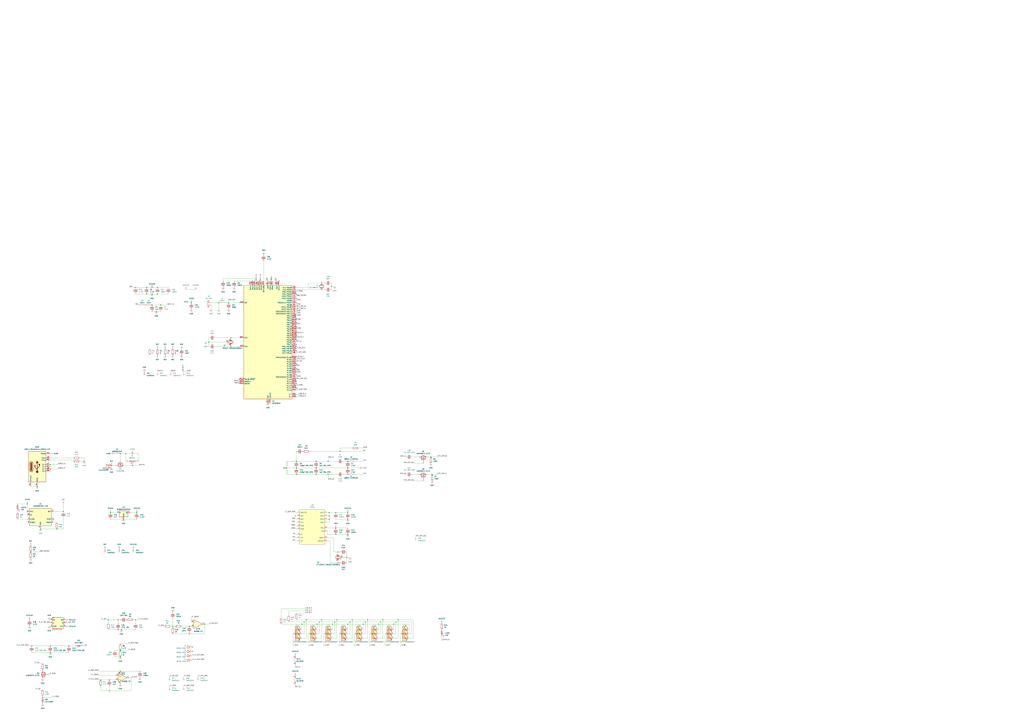
<source format=kicad_sch>
(kicad_sch (version 20250114) (generator "eeschema") (generator_version "9.0")
  (paper "A0")
  (junction (at 125.73 720.09))
  (junction (at 344.17 543.56))
  (junction (at 444.5 720.09))
  (junction (at 242.57 397.51))
  (junction (at 370.84 722.63))
  (junction (at 403.86 551.18))
  (junction (at 367.03 535.94))
  (junction (at 367.03 551.18))
  (junction (at 373.38 720.09))
  (junction (at 139.7 763.27))
  (junction (at 355.6 720.09))
  (junction (at 200.66 727.71))
  (junction (at 403.86 535.94))
  (junction (at 170.18 334.01))
  (junction (at 254 351.79))
  (junction (at 182.88 334.01))
  (junction (at 127 802.64))
  (junction (at 389.89 613.41))
  (junction (at 382.27 595.63))
  (junction (at 382.27 603.25))
  (junction (at 332.74 543.56))
  (junction (at 501.65 551.18))
  (junction (at 439.42 725.17))
  (junction (at 186.69 354.33))
  (junction (at 97.79 535.94))
  (junction (at 157.48 720.09))
  (junction (at 58.42 758.19))
  (junction (at 389.89 595.63))
  (junction (at 392.43 641.35))
  (junction (at 49.53 810.26))
  (junction (at 408.94 720.09))
  (junction (at 373.38 336.55))
  (junction (at 127 789.94))
  (junction (at 403.86 603.25))
  (junction (at 367.03 543.56))
  (junction (at 153.67 527.05))
  (junction (at 158.75 595.63))
  (junction (at 403.86 543.56))
  (junction (at 392.43 654.05))
  (junction (at 388.62 722.63))
  (junction (at 31.75 594.36))
  (junction (at 462.28 720.09))
  (junction (at 219.71 727.71))
  (junction (at 182.88 341.63))
  (junction (at 403.86 621.03))
  (junction (at 58.42 750.57))
  (junction (at 391.16 720.09))
  (junction (at 421.64 725.17))
  (junction (at 237.49 725.17))
  (junction (at 344.17 535.94))
  (junction (at 176.53 354.33))
  (junction (at 457.2 725.17))
  (junction (at 31.75 585.47))
  (junction (at 139.7 779.78))
  (junction (at 350.52 725.17))
  (junction (at 66.04 614.68))
  (junction (at 406.4 722.63))
  (junction (at 344.17 551.18))
  (junction (at 403.86 595.63))
  (junction (at 36.83 750.57))
  (junction (at 140.97 731.52))
  (junction (at 139.7 527.05))
  (junction (at 500.38 530.86))
  (junction (at 128.27 595.63))
  (junction (at 153.67 541.02))
  (junction (at 181.61 361.95))
  (junction (at 80.01 750.57))
  (junction (at 426.72 720.09))
  (junction (at 146.05 527.05))
  (junction (at 368.3 725.17))
  (junction (at 176.53 341.63))
  (junction (at 384.81 332.74))
  (junction (at 73.66 594.36))
  (junction (at 58.42 539.75))
  (junction (at 459.74 722.63))
  (junction (at 222.25 351.79))
  (junction (at 137.16 720.09))
  (junction (at 265.43 351.79))
  (junction (at 311.15 468.63))
  (junction (at 441.96 722.63))
  (junction (at 373.38 328.93))
  (junction (at 389.89 621.03))
  (junction (at 116.84 789.94))
  (junction (at 170.18 341.63))
  (junction (at 424.18 722.63))
  (junction (at 143.51 603.25))
  (junction (at 381 551.18))
  (junction (at 403.86 725.17))
  (junction (at 353.06 722.63))
  (junction (at 219.71 736.6))
  (junction (at 394.97 524.51))
  (junction (at 402.59 647.7))
  (junction (at 137.16 731.52))
  (junction (at 139.7 755.65))
  (junction (at 386.08 725.17))
  (junction (at 35.56 641.35))
  (junction (at 381 535.94))
  (junction (at 157.48 334.01))
  (junction (at 267.97 392.43))
  (junction (at 129.54 541.02))
  (junction (at 267.97 402.59))
  (junction (at 382.27 599.44))
  (junction (at 46.99 614.68))
  (junction (at 43.18 565.15))
  (junction (at 58.42 544.83))
  (junction (at 176.53 334.01))
  (no_connect (at 344.17 341.63))
  (no_connect (at 344.17 443.23))
  (no_connect (at 344.17 400.05))
  (no_connect (at 344.17 346.71))
  (no_connect (at 344.17 384.81))
  (no_connect (at 344.17 389.89))
  (no_connect (at 344.17 427.99))
  (no_connect (at 344.17 450.85))
  (no_connect (at 344.17 369.57))
  (no_connect (at 300.99 326.39))
  (no_connect (at 344.17 407.67))
  (no_connect (at 344.17 379.73))
  (no_connect (at 344.17 445.77))
  (no_connect (at 293.37 326.39))
  (no_connect (at 342.9 599.44))
  (no_connect (at 344.17 435.61))
  (no_connect (at 223.52 751.84))
  (no_connect (at 344.17 351.79))
  (no_connect (at 344.17 394.97))
  (no_connect (at 344.17 422.91))
  (no_connect (at 323.85 326.39))
  (no_connect (at 344.17 374.65))
  (no_connect (at 344.17 402.59))
  (no_connect (at 278.13 440.69))
  (no_connect (at 223.52 756.92))
  (no_connect (at 62.23 603.25))
  (wire (pts (xy 391.16 741.68) (xy 391.16 720.09)))
  (wire (pts (xy 342.9 610.87) (xy 345.44 610.87)))
  (wire (pts (xy 375.92 736.6) (xy 375.92 750.57)))
  (wire (pts (xy 151.13 595.63) (xy 158.75 595.63)))
  (wire (pts (xy 332.74 547.37) (xy 332.74 548.64)))
  (wire (pts (xy 500.38 530.86) (xy 508 530.86)))
  (wire (pts (xy 350.52 736.6) (xy 353.06 736.6)))
  (wire (pts (xy 20.32 603.25) (xy 31.75 603.25)))
  (wire (pts (xy 85.09 535.94) (xy 85.09 534.67)))
  (wire (pts (xy 161.29 527.05) (xy 161.29 535.94)))
  (wire (pts (xy 350.52 725.17) (xy 368.3 725.17)))
  (wire (pts (xy 152.4 787.4) (xy 149.86 787.4)))
  (wire (pts (xy 394.97 520.7) (xy 394.97 524.51)))
  (wire (pts (xy 386.08 725.17) (xy 386.08 731.52)))
  (wire (pts (xy 342.9 624.84) (xy 345.44 624.84)))
  (wire (pts (xy 311.15 468.63) (xy 313.69 468.63)))
  (wire (pts (xy 128.27 595.63) (xy 135.89 595.63)))
  (wire (pts (xy 496.57 530.86) (xy 500.38 530.86)))
  (wire (pts (xy 58.42 750.57) (xy 80.01 750.57)))
  (wire (pts (xy 176.53 334.01) (xy 182.88 334.01)))
  (wire (pts (xy 355.6 720.09) (xy 344.17 720.09)))
  (wire (pts (xy 157.48 334.01) (xy 170.18 334.01)))
  (wire (pts (xy 501.65 551.18) (xy 508 551.18)))
  (wire (pts (xy 384.81 328.93) (xy 384.81 332.74)))
  (wire (pts (xy 33.02 750.57) (xy 36.83 750.57)))
  (wire (pts (xy 342.9 614.68) (xy 345.44 614.68)))
  (wire (pts (xy 176.53 361.95) (xy 181.61 361.95)))
  (wire (pts (xy 403.86 543.56) (xy 417.83 543.56)))
  (wire (pts (xy 411.48 535.94) (xy 421.64 535.94)))
  (wire (pts (xy 346.71 461.01) (xy 344.17 461.01)))
  (wire (pts (xy 403.86 736.6) (xy 406.4 736.6)))
  (wire (pts (xy 31.75 585.47) (xy 31.75 594.36)))
  (wire (pts (xy 389.89 613.41) (xy 403.86 613.41)))
  (wire (pts (xy 350.52 731.52) (xy 350.52 725.17)))
  (wire (pts (xy 424.18 736.6) (xy 424.18 722.63)))
  (wire (pts (xy 379.73 607.06) (xy 382.27 607.06)))
  (wire (pts (xy 35.56 565.15) (xy 43.18 565.15)))
  (wire (pts (xy 367.03 543.56) (xy 403.86 543.56)))
  (wire (pts (xy 217.17 431.8) (xy 213.36 431.8)))
  (wire (pts (xy 403.86 725.17) (xy 421.64 725.17)))
  (wire (pts (xy 496.57 551.18) (xy 501.65 551.18)))
  (wire (pts (xy 474.98 731.52) (xy 474.98 725.17)))
  (wire (pts (xy 127 797.56) (xy 127 802.64)))
  (wire (pts (xy 426.72 741.68) (xy 426.72 720.09)))
  (wire (pts (xy 139.7 527.05) (xy 146.05 527.05)))
  (wire (pts (xy 387.35 624.84) (xy 387.35 641.35)))
  (wire (pts (xy 58.42 758.19) (xy 80.01 758.19)))
  (wire (pts (xy 129.54 541.02) (xy 134.62 541.02)))
  (wire (pts (xy 421.64 725.17) (xy 421.64 731.52)))
  (wire (pts (xy 267.97 402.59) (xy 278.13 402.59)))
  (wire (pts (xy 332.74 541.02) (xy 334.01 541.02)))
  (wire (pts (xy 403.86 741.68) (xy 408.94 741.68)))
  (wire (pts (xy 382.27 595.63) (xy 389.89 595.63)))
  (wire (pts (xy 259.08 323.85) (xy 259.08 326.39)))
  (wire (pts (xy 125.73 731.52) (xy 137.16 731.52)))
  (wire (pts (xy 444.5 741.68) (xy 444.5 720.09)))
  (wire (pts (xy 392.43 654.05) (xy 394.97 654.05)))
  (wire (pts (xy 375.92 750.57) (xy 377.19 750.57)))
  (wire (pts (xy 176.53 341.63) (xy 182.88 341.63)))
  (wire (pts (xy 447.04 736.6) (xy 447.04 750.57)))
  (wire (pts (xy 176.53 354.33) (xy 186.69 354.33)))
  (wire (pts (xy 439.42 725.17) (xy 421.64 725.17)))
  (wire (pts (xy 332.74 551.18) (xy 344.17 551.18)))
  (wire (pts (xy 146.05 535.94) (xy 146.05 527.05)))
  (wire (pts (xy 36.83 750.57) (xy 58.42 750.57)))
  (wire (pts (xy 157.48 720.09) (xy 157.48 723.9)))
  (wire (pts (xy 73.66 585.47) (xy 73.66 594.36)))
  (wire (pts (xy 332.74 541.02) (xy 332.74 543.56)))
  (wire (pts (xy 370.84 722.63) (xy 353.06 722.63)))
  (wire (pts (xy 382.27 599.44) (xy 382.27 595.63)))
  (wire (pts (xy 267.97 392.43) (xy 278.13 392.43)))
  (wire (pts (xy 97.79 535.94) (xy 92.71 535.94)))
  (wire (pts (xy 123.19 720.09) (xy 125.73 720.09)))
  (wire (pts (xy 388.62 722.63) (xy 370.84 722.63)))
  (wire (pts (xy 254 359.41) (xy 254 351.79)))
  (wire (pts (xy 426.72 720.09) (xy 408.94 720.09)))
  (wire (pts (xy 85.09 534.67) (xy 58.42 534.67)))
  (wire (pts (xy 464.82 736.6) (xy 464.82 750.57)))
  (wire (pts (xy 389.89 621.03) (xy 403.86 621.03)))
  (wire (pts (xy 382.27 607.06) (xy 382.27 603.25)))
  (wire (pts (xy 73.66 601.98) (xy 73.66 614.68)))
  (wire (pts (xy 332.74 548.64) (xy 334.01 548.64)))
  (wire (pts (xy 137.16 723.9) (xy 137.16 720.09)))
  (wire (pts (xy 367.03 551.18) (xy 381 551.18)))
  (wire (pts (xy 477.52 722.63) (xy 459.74 722.63)))
  (wire (pts (xy 335.28 709.93) (xy 354.33 709.93)))
  (wire (pts (xy 411.48 736.6) (xy 411.48 750.57)))
  (wire (pts (xy 350.52 741.68) (xy 355.6 741.68)))
  (wire (pts (xy 250.19 402.59) (xy 267.97 402.59)))
  (wire (pts (xy 411.48 750.57) (xy 412.75 750.57)))
  (wire (pts (xy 358.14 750.57) (xy 359.41 750.57)))
  (wire (pts (xy 344.17 524.51) (xy 344.17 535.94)))
  (wire (pts (xy 355.6 741.68) (xy 355.6 720.09)))
  (wire (pts (xy 373.38 336.55) (xy 377.19 336.55)))
  (wire (pts (xy 80.01 750.57) (xy 87.63 750.57)))
  (wire (pts (xy 381 551.18) (xy 381 557.53)))
  (wire (pts (xy 140.97 731.52) (xy 157.48 731.52)))
  (wire (pts (xy 373.38 741.68) (xy 373.38 720.09)))
  (wire (pts (xy 513.08 739.14) (xy 513.08 744.22)))
  (wire (pts (xy 393.7 750.57) (xy 394.97 750.57)))
  (wire (pts (xy 334.01 549.91) (xy 332.74 549.91)))
  (wire (pts (xy 176.53 334.01) (xy 170.18 334.01)))
  (wire (pts (xy 457.2 731.52) (xy 457.2 725.17)))
  (wire (pts (xy 143.51 603.25) (xy 158.75 603.25)))
  (wire (pts (xy 245.11 351.79) (xy 254 351.79)))
  (wire (pts (xy 219.71 736.6) (xy 237.49 736.6)))
  (wire (pts (xy 127 789.94) (xy 134.62 789.94)))
  (wire (pts (xy 127 802.64) (xy 152.4 802.64)))
  (wire (pts (xy 344.17 543.56) (xy 367.03 543.56)))
  (wire (pts (xy 170.18 341.63) (xy 176.53 341.63)))
  (wire (pts (xy 332.74 543.56) (xy 344.17 543.56)))
  (wire (pts (xy 342.9 603.25) (xy 345.44 603.25)))
  (wire (pts (xy 57.15 720.09) (xy 58.42 720.09)))
  (wire (pts (xy 421.64 524.51) (xy 394.97 524.51)))
  (wire (pts (xy 62.23 607.06) (xy 66.04 607.06)))
  (wire (pts (xy 157.48 341.63) (xy 170.18 341.63)))
  (wire (pts (xy 58.42 539.75) (xy 67.31 539.75)))
  (wire (pts (xy 481.33 538.48) (xy 491.49 538.48)))
  (wire (pts (xy 416.56 520.7) (xy 421.64 520.7)))
  (wire (pts (xy 368.3 736.6) (xy 370.84 736.6)))
  (wire (pts (xy 20.32 585.47) (xy 31.75 585.47)))
  (wire (pts (xy 182.88 341.63) (xy 195.58 341.63)))
  (wire (pts (xy 381 535.94) (xy 391.16 535.94)))
  (wire (pts (xy 114.3 779.78) (xy 139.7 779.78)))
  (wire (pts (xy 381 532.13) (xy 381 535.94)))
  (wire (pts (xy 219.71 727.71) (xy 222.25 727.71)))
  (wire (pts (xy 411.48 551.18) (xy 421.64 551.18)))
  (wire (pts (xy 262.89 397.51) (xy 242.57 397.51)))
  (wire (pts (xy 477.52 736.6) (xy 477.52 722.63)))
  (wire (pts (xy 388.62 736.6) (xy 388.62 722.63)))
  (wire (pts (xy 389.89 595.63) (xy 403.86 595.63)))
  (wire (pts (xy 406.4 722.63) (xy 388.62 722.63)))
  (wire (pts (xy 237.49 736.6) (xy 237.49 725.17)))
  (wire (pts (xy 342.9 599.44) (xy 345.44 599.44)))
  (wire (pts (xy 368.3 725.17) (xy 386.08 725.17)))
  (wire (pts (xy 334.01 539.75) (xy 332.74 539.75)))
  (wire (pts (xy 344.17 334.01) (xy 358.14 334.01)))
  (wire (pts (xy 379.73 621.03) (xy 389.89 621.03)))
  (wire (pts (xy 478.79 530.86) (xy 486.41 530.86)))
  (wire (pts (xy 332.74 539.75) (xy 332.74 538.48)))
  (wire (pts (xy 478.79 551.18) (xy 486.41 551.18)))
  (wire (pts (xy 424.18 722.63) (xy 406.4 722.63)))
  (wire (pts (xy 210.82 727.71) (xy 219.71 727.71)))
  (wire (pts (xy 439.42 741.68) (xy 444.5 741.68)))
  (wire (pts (xy 242.57 397.51) (xy 242.57 392.43)))
  (wire (pts (xy 439.42 731.52) (xy 439.42 725.17)))
  (wire (pts (xy 342.9 772.16) (xy 342.9 775.97)))
  (wire (pts (xy 116.84 797.56) (xy 116.84 802.64)))
  (wire (pts (xy 200.66 727.71) (xy 200.66 728.98)))
  (wire (pts (xy 358.14 334.01) (xy 358.14 328.93)))
  (wire (pts (xy 457.2 736.6) (xy 459.74 736.6)))
  (wire (pts (xy 386.08 736.6) (xy 388.62 736.6)))
  (wire (pts (xy 153.67 541.02) (xy 161.29 541.02)))
  (wire (pts (xy 261.62 351.79) (xy 265.43 351.79)))
  (wire (pts (xy 379.73 624.84) (xy 387.35 624.84)))
  (wire (pts (xy 66.04 614.68) (xy 73.66 614.68)))
  (wire (pts (xy 384.81 332.74) (xy 384.81 336.55)))
  (wire (pts (xy 265.43 349.25) (xy 265.43 351.79)))
  (wire (pts (xy 125.73 720.09) (xy 137.16 720.09)))
  (wire (pts (xy 332.74 537.21) (xy 332.74 535.94)))
  (wire (pts (xy 222.25 717.55) (xy 222.25 722.63)))
  (wire (pts (xy 421.64 736.6) (xy 424.18 736.6)))
  (wire (pts (xy 335.28 715.01) (xy 335.28 709.93)))
  (wire (pts (xy 358.14 736.6) (xy 358.14 750.57)))
  (wire (pts (xy 406.4 736.6) (xy 406.4 722.63)))
  (wire (pts (xy 373.38 720.09) (xy 355.6 720.09)))
  (wire (pts (xy 382.27 595.63) (xy 379.73 595.63)))
  (wire (pts (xy 474.98 725.17) (xy 457.2 725.17)))
  (wire (pts (xy 31.75 594.36) (xy 31.75 598.17)))
  (wire (pts (xy 238.76 397.51) (xy 242.57 397.51)))
  (wire (pts (xy 444.5 720.09) (xy 426.72 720.09)))
  (wire (pts (xy 144.78 541.02) (xy 153.67 541.02)))
  (wire (pts (xy 474.98 736.6) (xy 477.52 736.6)))
  (wire (pts (xy 116.84 802.64) (xy 127 802.64)))
  (wire (pts (xy 92.71 532.13) (xy 97.79 532.13)))
  (wire (pts (xy 462.28 720.09) (xy 444.5 720.09)))
  (wire (pts (xy 344.17 551.18) (xy 367.03 551.18)))
  (wire (pts (xy 58.42 539.75) (xy 58.42 542.29)))
  (wire (pts (xy 393.7 736.6) (xy 393.7 750.57)))
  (wire (pts (xy 342.9 795.02) (xy 342.9 798.83)))
  (wire (pts (xy 36.83 758.19) (xy 58.42 758.19)))
  (wire (pts (xy 128.27 603.25) (xy 143.51 603.25)))
  (wire (pts (xy 340.36 750.57) (xy 341.63 750.57)))
  (wire (pts (xy 340.36 736.6) (xy 340.36 750.57)))
  (wire (pts (xy 370.84 736.6) (xy 370.84 722.63)))
  (wire (pts (xy 46.99 614.68) (xy 66.04 614.68)))
  (wire (pts (xy 447.04 750.57) (xy 448.31 750.57)))
  (wire (pts (xy 387.35 641.35) (xy 392.43 641.35)))
  (wire (pts (xy 58.42 532.13) (xy 85.09 532.13)))
  (wire (pts (xy 391.16 720.09) (xy 373.38 720.09)))
  (wire (pts (xy 267.97 392.43) (xy 267.97 393.7)))
  (wire (pts (xy 457.2 725.17) (xy 439.42 725.17)))
  (wire (pts (xy 344.17 535.94) (xy 367.03 535.94)))
  (wire (pts (xy 408.94 520.7) (xy 394.97 520.7)))
  (wire (pts (xy 326.39 707.39) (xy 354.33 707.39)))
  (wire (pts (xy 368.3 725.17) (xy 368.3 731.52)))
  (wire (pts (xy 344.17 712.47) (xy 354.33 712.47)))
  (wire (pts (xy 373.38 328.93) (xy 377.19 328.93)))
  (wire (pts (xy 474.98 741.68) (xy 480.06 741.68)))
  (wire (pts (xy 386.08 741.68) (xy 391.16 741.68)))
  (wire (pts (xy 218.44 351.79) (xy 222.25 351.79)))
  (wire (pts (xy 334.01 546.1) (xy 334.01 547.37)))
  (wire (pts (xy 429.26 750.57) (xy 430.53 750.57)))
  (wire (pts (xy 137.16 731.52) (xy 140.97 731.52)))
  (wire (pts (xy 250.19 392.43) (xy 267.97 392.43)))
  (wire (pts (xy 384.81 332.74) (xy 388.62 332.74)))
  (wire (pts (xy 326.39 717.55) (xy 326.39 707.39)))
  (wire (pts (xy 219.71 736.6) (xy 219.71 735.33)))
  (wire (pts (xy 459.74 722.63) (xy 441.96 722.63)))
  (wire (pts (xy 342.9 595.63) (xy 345.44 595.63)))
  (wire (pts (xy 139.7 748.03) (xy 148.59 748.03)))
  (wire (pts (xy 398.78 551.18) (xy 403.86 551.18)))
  (wire (pts (xy 49.53 808.99) (xy 49.53 810.26)))
  (wire (pts (xy 402.59 641.35) (xy 402.59 647.7)))
  (wire (pts (xy 200.66 718.82) (xy 200.66 727.71)))
  (wire (pts (xy 332.74 549.91) (xy 332.74 551.18)))
  (wire (pts (xy 139.7 527.05) (xy 139.7 533.4)))
  (wire (pts (xy 154.94 720.09) (xy 157.48 720.09)))
  (wire (pts (xy 295.91 323.85) (xy 259.08 323.85)))
  (wire (pts (xy 45.72 770.89) (xy 49.53 770.89)))
  (wire (pts (xy 394.97 524.51) (xy 359.41 524.51)))
  (wire (pts (xy 311.15 326.39) (xy 313.69 326.39)))
  (wire (pts (xy 57.15 727.71) (xy 58.42 727.71)))
  (wire (pts (xy 182.88 334.01) (xy 195.58 334.01)))
  (wire (pts (xy 153.67 334.01) (xy 157.48 334.01)))
  (wire (pts (xy 441.96 722.63) (xy 424.18 722.63)))
  (wire (pts (xy 332.74 535.94) (xy 344.17 535.94)))
  (wire (pts (xy 267.97 401.32) (xy 267.97 402.59)))
  (wire (pts (xy 429.26 736.6) (xy 429.26 750.57)))
  (wire (pts (xy 334.01 538.48) (xy 334.01 537.21)))
  (wire (pts (xy 35.56 641.35) (xy 45.72 641.35)))
  (wire (pts (xy 480.06 720.09) (xy 462.28 720.09)))
  (wire (pts (xy 379.73 599.44) (xy 382.27 599.44)))
  (wire (pts (xy 379.73 613.41) (xy 389.89 613.41)))
  (wire (pts (xy 398.78 535.94) (xy 403.86 535.94)))
  (wire (pts (xy 459.74 736.6) (xy 459.74 722.63)))
  (wire (pts (xy 116.84 789.94) (xy 127 789.94)))
  (wire (pts (xy 334.01 547.37) (xy 332.74 547.37)))
  (wire (pts (xy 265.43 351.79) (xy 278.13 351.79)))
  (wire (pts (xy 58.42 544.83) (xy 58.42 547.37)))
  (wire (pts (xy 408.94 741.68) (xy 408.94 720.09)))
  (wire (pts (xy 114.3 789.94) (xy 116.84 789.94)))
  (wire (pts (xy 392.43 641.35) (xy 392.43 643.89)))
  (wire (pts (xy 406.4 647.7) (xy 402.59 647.7)))
  (wire (pts (xy 402.59 647.7) (xy 402.59 654.05)))
  (wire (pts (xy 139.7 755.65) (xy 148.59 755.65)))
  (wire (pts (xy 200.66 727.71) (xy 198.12 727.71)))
  (wire (pts (xy 114.3 784.86) (xy 134.62 784.86)))
  (wire (pts (xy 46.99 801.37) (xy 49.53 801.37)))
  (wire (pts (xy 200.66 736.6) (xy 219.71 736.6)))
  (wire (pts (xy 408.94 720.09) (xy 391.16 720.09)))
  (wire (pts (xy 481.33 558.8) (xy 491.49 558.8)))
  (wire (pts (xy 342.9 607.06) (xy 345.44 607.06)))
  (wire (pts (xy 392.43 641.35) (xy 394.97 641.35)))
  (wire (pts (xy 480.06 741.68) (xy 480.06 720.09)))
  (wire (pts (xy 133.35 763.27) (xy 139.7 763.27)))
  (wire (pts (xy 125.73 723.9) (xy 125.73 720.09)))
  (wire (pts (xy 464.82 750.57) (xy 466.09 750.57)))
  (wire (pts (xy 245.11 359.41) (xy 245.11 354.33)))
  (wire (pts (xy 20.32 593.09) (xy 20.32 595.63)))
  (wire (pts (xy 62.23 594.36) (xy 73.66 594.36)))
  (wire (pts (xy 346.71 458.47) (xy 344.17 458.47)))
  (wire (pts (xy 139.7 779.78) (xy 162.56 779.78)))
  (wire (pts (xy 146.05 527.05) (xy 153.67 527.05)))
  (wire (pts (xy 133.35 755.65) (xy 139.7 755.65)))
  (wire (pts (xy 441.96 736.6) (xy 441.96 722.63)))
  (wire (pts (xy 271.78 326.39) (xy 290.83 326.39)))
  (wire (pts (xy 181.61 361.95) (xy 186.69 361.95)))
  (wire (pts (xy 137.16 720.09) (xy 139.7 720.09)))
  (wire (pts (xy 462.28 741.68) (xy 462.28 720.09)))
  (wire (pts (xy 381 551.18) (xy 391.16 551.18)))
  (wire (pts (xy 358.14 328.93) (xy 373.38 328.93)))
  (wire (pts (xy 382.27 603.25) (xy 382.27 599.44)))
  (wire (pts (xy 153.67 527.05) (xy 161.29 527.05)))
  (wire (pts (xy 353.06 722.63) (xy 335.28 722.63)))
  (wire (pts (xy 439.42 736.6) (xy 441.96 736.6)))
  (wire (pts (xy 306.07 303.53) (xy 306.07 326.39)))
  (wire (pts (xy 397.51 647.7) (xy 402.59 647.7)))
  (wire (pts (xy 332.74 543.56) (xy 332.74 546.1)))
  (wire (pts (xy 186.69 354.33) (xy 194.31 354.33)))
  (wire (pts (xy 344.17 336.55) (xy 373.38 336.55)))
  (wire (pts (xy 379.73 603.25) (xy 382.27 603.25)))
  (wire (pts (xy 46.99 613.41) (xy 46.99 614.68)))
  (wire (pts (xy 353.06 736.6) (xy 353.06 722.63)))
  (wire (pts (xy 367.03 535.94) (xy 381 535.94)))
  (wire (pts (xy 392.43 651.51) (xy 392.43 654.05)))
  (wire (pts (xy 332.74 546.1) (xy 334.01 546.1)))
  (wire (pts (xy 326.39 725.17) (xy 350.52 725.17)))
  (wire (pts (xy 332.74 538.48) (xy 334.01 538.48)))
  (wire (pts (xy 295.91 326.39) (xy 295.91 323.85)))
  (wire (pts (xy 379.73 617.22) (xy 379.73 621.03)))
  (wire (pts (xy 215.9 336.55) (xy 227.33 336.55)))
  (wire (pts (xy 203.2 727.71) (xy 200.66 727.71)))
  (wire (pts (xy 389.89 603.25) (xy 403.86 603.25)))
  (wire (pts (xy 58.42 544.83) (xy 67.31 544.83)))
  (wire (pts (xy 334.01 548.64) (xy 334.01 549.91)))
  (wire (pts (xy 49.53 810.26) (xy 60.96 810.26)))
  (wire (pts (xy 386.08 725.17) (xy 403.86 725.17)))
  (wire (pts (xy 383.54 654.05) (xy 392.43 654.05)))
  (wire (pts (xy 342.9 628.65) (xy 345.44 628.65)))
  (wire (pts (xy 379.73 628.65) (xy 383.54 628.65)))
  (wire (pts (xy 97.79 532.13) (xy 97.79 535.94)))
  (wire (pts (xy 342.9 621.03) (xy 345.44 621.03)))
  (wire (pts (xy 242.57 397.51) (xy 242.57 402.59)))
  (wire (pts (xy 334.01 541.02) (xy 334.01 539.75)))
  (wire (pts (xy 403.86 731.52) (xy 403.86 725.17)))
  (wire (pts (xy 157.48 720.09) (xy 160.02 720.09)))
  (wire (pts (xy 152.4 802.64) (xy 152.4 787.4)))
  (wire (pts (xy 368.3 741.68) (xy 373.38 741.68)))
  (wire (pts (xy 457.2 741.68) (xy 462.28 741.68)))
  (wire (pts (xy 421.64 741.68) (xy 426.72 741.68)))
  (wire (pts (xy 237.49 725.17) (xy 242.57 725.17)))
  (wire (pts (xy 334.01 537.21) (xy 332.74 537.21)))
  (wire (pts (xy 383.54 628.65) (xy 383.54 654.05)))
  (label "LF_RSSI" (at 344.17 339.09 0))
  (label "DEC4-6" (at 298.45 326.39 90))
  (label "LED3" (at 377.19 750.57 0))
  (label "VDD" (at 311.15 326.39 90))
  (label "COIL" (at 332.74 544.83 180))
  (label "LED6" (at 344.17 372.11 0))
  (label "KEY_A" (at 344.17 397.51 0))
  (label "LED_B_H" (at 213.36 431.8 90))
  (label "LF_OA" (at 95.25 750.57 0))
  (label "VBAT_SENSE" (at 45.72 641.35 0))
  (label "SW10" (at 198.12 431.8 0))
  (label "P_LF_ANT_DRV" (at 58.42 723.9 180))
  (label "SWDIO" (at 278.13 445.77 180))
  (label "VBAT_SENSE" (at 344.17 344.17 0))
  (label "LED_G_H" (at 354.33 709.93 0))
  (label "LF_AMP_PWR" (at 213.36 797.56 0))
  (label "TX1" (at 342.9 628.65 180))
  (label "LED4" (at 344.17 364.49 0))
  (label "LF_AMP_PWR" (at 344.17 453.39 0))
  (label "LF_MOD" (at 344.17 448.31 0))
  (label "USB_D_P" (at 346.71 461.01 0))
  (label "LF_MOD" (at 213.36 786.13 0))
  (label "LF_ANT_DRV" (at 344.17 410.21 0))
  (label "LF_RSSI" (at 196.85 797.56 0))
  (label "SCK" (at 342.9 607.06 180))
  (label "LF_AMP_PWR" (at 342.9 595.63 180))
  (label "NFC_NRF_A" (at 344.17 359.41 0))
  (label "MOSI" (at 342.9 610.87 180))
  (label "NFC_ANT_SEL" (at 481.33 538.48 180))
  (label "LED5" (at 344.17 367.03 0))
  (label "SWCLK" (at 278.13 443.23 180))
  (label "VDD" (at 153.67 334.01 180))
  (label "COIL_B" (at 381 557.53 0))
  (label "LED1" (at 344.17 349.25 0))
  (label "LF_AMP_PWR" (at 148.59 748.03 0))
  (label "KEY_B" (at 344.17 420.37 0))
  (label "LED_FIELD" (at 344.17 417.83 0))
  (label "DCC" (at 321.31 326.39 90))
  (label "MISO" (at 342.9 614.68 180))
  (label "VBUS" (at 218.44 351.79 180))
  (label "LF_ANT_DRV" (at 76.2 723.9 0))
  (label "NFC_ANT_SEL" (at 482.6 623.57 0))
  (label "P_LF_ANT_DRV" (at 223.52 762 0))
  (label "MIXVIN" (at 161.29 541.02 0))
  (label "KEY_B" (at 342.9 798.83 0))
  (label "TX2" (at 421.64 551.18 0))
  (label "LF_OA" (at 46.99 801.37 180))
  (label "LED4" (at 394.97 750.57 0))
  (label "LF_ANT_DRV" (at 229.87 786.13 0))
  (label "LF_Evn_Dete" (at 160.02 720.09 0))
  (label "NSS" (at 344.17 430.53 0))
  (label "USB_D_P" (at 67.31 544.83 0))
  (label "RX" (at 342.9 621.03 180))
  (label "SCK" (at 344.17 425.45 0))
  (label "COIL_A" (at 471.17 530.86 180))
  (label "VBUS" (at 316.23 326.39 90))
  (label "LED_B_H" (at 344.17 415.29 0))
  (label "LED_B_H" (at 354.33 712.47 0))
  (label "MOSI" (at 344.17 433.07 0))
  (label "LF_OA_OUT" (at 196.85 786.13 0))
  (label "BLE_ANT" (at 265.43 349.25 0))
  (label "LED_R_H" (at 344.17 392.43 0))
  (label "LF_O1A" (at 152.4 787.4 0))
  (label "LF_AMP_PWR" (at 114.3 779.78 180))
  (label "USB_D_N" (at 67.31 539.75 0))
  (label "LED8" (at 466.09 750.57 0))
  (label "TX2" (at 342.9 624.84 180))
  (label "LF_Env_Dete" (at 114.3 789.94 180))
  (label "LED5" (at 412.75 750.57 0))
  (label "RX" (at 421.64 524.51 0))
  (label "NFC_NRF_B" (at 508 530.86 0))
  (label "NFC_ANT_SEL" (at 344.17 440.69 0))
  (label "P_LF_ANT_RAW" (at 223.52 767.08 0))
  (label "COIL_B" (at 471.17 551.18 180))
  (label "MISO" (at 344.17 361.95 0))
  (label "LF_VBIAS" (at 148.59 755.65 0))
  (label "LED2" (at 344.17 354.33 0))
  (label "LED7" (at 344.17 377.19 0))
  (label "LED1" (at 341.63 750.57 0))
  (label "LF_MOD" (at 57.15 783.59 0))
  (label "SWCLK" (at 182.88 431.8 0))
  (label "LF_RSSI" (at 60.96 810.26 0))
  (label "NFC_NRF_A" (at 508 551.18 0))
  (label "SW0" (at 217.17 431.8 0))
  (label "LED6" (at 430.53 750.57 0))
  (label "DEC4-6" (at 194.31 354.33 0))
  (label "COIL_A" (at 381 532.13 0))
  (label "KEY_A" (at 342.9 775.97 0))
  (label "LED2" (at 359.41 750.57 0))
  (label "NFC_ANT_SEL" (at 481.33 558.8 180))
  (label "LED3" (at 344.17 438.15 0))
  (label "LED_R_H" (at 354.33 707.39 0))
  (label "LF_OA" (at 45.72 770.89 180))
  (label "LF_OA_OUT" (at 344.17 405.13 0))
  (label "VMID" (at 421.64 520.7 0))
  (label "USB_D_N" (at 346.71 458.47 0))
  (label "TX1" (at 421.64 535.94 0))
  (label "LF_OA_OUT" (at 242.57 725.17 0))
  (label "LF_OA" (at 123.19 720.09 180))
  (label "LED7" (at 448.31 750.57 0))
  (label "LED8" (at 344.17 382.27 0))
  (label "P_LF_ANT_RAW" (at 33.02 750.57 180))
  (label "LEDFIELD" (at 513.08 744.22 0))
  (label "DCC" (at 161.29 354.33 180))
  (label "LED_G_H" (at 344.17 387.35 0))
  (label "LF_OA1" (at 190.5 727.71 180))
  (label "LF_VBIAS" (at 222.25 717.55 0))
  (label "NFC_NRF_B" (at 344.17 356.87 0))
  (label "DEC4-6" (at 303.53 326.39 90))
  (label "LF_VBIAS" (at 114.3 784.86 180))
  (label "NSS" (at 342.9 603.25 180))
  (symbol (lib_id "Device:R") (at 125.73 727.71 0) (unit 1)
    (property "Reference" "R13" (at 128.27 726.4399 0) (effects (justify left)))
    (property "Value" "470K" (at 128.27 728.9799 0) (effects (justify left)))
    (property "Footprint" "Resistor_SMD:R_0402_1005Metric" (effects (hide yes)))
    (property "Description" "Resistor" (effects (hide yes)))
  )
  (symbol (lib_id "Amplifier_Operational:OPA2196xDGK") (at 142.24 787.4 0) (unit 3)
    (property "Reference" "IC1" (at 140.716 783.336 0) (effects (justify left)))
    (property "Value" "GS358-FR" (at 141.224 791.718 0) (effects (justify left)))
    (property "Datasheet" "http://www.ti.com/lit/ds/symlink/opa4196.pdf" (effects (hide yes)))
    (property "Description" "Dual, Low-Power, Low Offset Voltage, Rail-to-Rail Operational Amplifier, VSSOP-8" (effects (hide yes)))
  )
  (symbol (lib_id "Device:C") (at 158.75 599.44 0) (unit 1)
    (property "Reference" "C46" (at 162.56 598.1699 0) (effects (justify left)))
    (property "Value" "4.7uF" (at 162.56 600.7099 0) (effects (justify left)))
    (property "Footprint" "Capacitor_SMD:C_0402_1005Metric" (effects (hide yes)))
    (property "Description" "Unpolarized capacitor" (effects (hide yes)))
  )
  (symbol (lib_id "Device:C") (at 347.98 524.51 90) (unit 1)
    (property "Reference" "C3" (at 347.98 516.89 90))
    (property "Value" "100nF" (at 347.98 519.43 90))
    (property "Footprint" "Capacitor_SMD:C_0402_1005Metric" (effects (hide yes)))
    (property "Description" "Unpolarized capacitor" (effects (hide yes)))
  )
  (symbol (lib_id "power:VCC") (at 191.77 405.13 0) (unit 1)
    (property "Reference" "#PWR061" (effects (hide yes)))
    (property "Value" "BAT" (at 191.77 400.05 0))
    (property "Description" "Power symbol creates a global label with name \"VCC\"" (effects (hide yes)))
  )
  (symbol (lib_id "Device:C") (at 271.78 330.2 0) (unit 1)
    (property "Reference" "C8" (at 275.59 328.9299 0) (effects (justify left)))
    (property "Value" "100nF" (at 275.59 331.4699 0) (effects (justify left)))
    (property "Footprint" "Capacitor_SMD:C_0402_1005Metric" (effects (hide yes)))
    (property "Description" "Unpolarized capacitor" (effects (hide yes)))
  )
  (symbol (lib_id "power:+3.3V") (at 58.42 527.05 270) (unit 1)
    (property "Reference" "#PWR05" (effects (hide yes)))
    (property "Value" "VUSB" (at 62.23 527.0499 90) (effects (justify left)))
    (property "Description" "Power symbol creates a global label with name \"+3.3V\"" (effects (hide yes)))
  )
  (symbol (lib_id "Connector:TestPoint") (at 138.43 637.54 180) (unit 1)
    (property "Reference" "TP5" (at 140.97 639.5719 0) (effects (justify right)))
    (property "Value" "TestPoint" (at 140.97 642.1119 0) (effects (justify right)))
    (property "Description" "test point" (effects (hide yes)))
  )
  (symbol (lib_id "Connector:TestPoint") (at 229.87 786.13 180) (unit 1)
    (property "Reference" "TP10" (at 232.41 788.1619 0) (effects (justify right)))
    (property "Value" "TestPoint" (at 232.41 790.7019 0) (effects (justify right)))
    (property "Description" "test point" (effects (hide yes)))
  )
  (symbol (lib_id "power:GND") (at 210.82 405.13 180) (unit 1)
    (property "Reference" "#PWR067" (effects (hide yes)))
    (property "Value" "GND" (at 210.82 400.05 0))
    (property "Description" "Power symbol creates a global label with name \"GND\" , ground" (effects (hide yes)))
  )
  (symbol (lib_id "power:GND") (at 306.07 295.91 180) (unit 1)
    (property "Reference" "#PWR048" (effects (hide yes)))
    (property "Value" "GND" (at 306.07 290.83 0))
    (property "Description" "Power symbol creates a global label with name \"GND\" , ground" (effects (hide yes)))
  )
  (symbol (lib_id "power:VCC") (at 76.2 720.09 270) (unit 1)
    (property "Reference" "#PWR013" (effects (hide yes)))
    (property "Value" "VCC3.3V" (at 80.01 720.0899 90) (effects (justify left)))
    (property "Description" "Power symbol creates a global label with name \"VCC\"" (effects (hide yes)))
  )
  (symbol (lib_id "Device:C") (at 127 793.75 0) (unit 1)
    (property "Reference" "C38" (at 130.81 792.4799 0) (effects (justify left)))
    (property "Value" "1nF" (at 130.81 795.0199 0) (effects (justify left)))
    (property "Footprint" "Capacitor_SMD:C_0402_1005Metric" (effects (hide yes)))
    (property "Description" "Unpolarized capacitor" (effects (hide yes)))
  )
  (symbol (lib_id "power:GND") (at 500.38 538.48 0) (unit 1)
    (property "Reference" "#PWR046" (effects (hide yes)))
    (property "Value" "GND" (at 500.38 543.56 0))
    (property "Description" "Power symbol creates a global label with name \"GND\" , ground" (effects (hide yes)))
  )
  (symbol (lib_id "Device:Q_NMOS") (at 52.07 783.59 0) (mirror y) (unit 1)
    (property "Reference" "Q3" (at 45.72 782.3199 0) (effects (justify left)))
    (property "Value" "WNM3013-3/TR" (at 45.72 784.8599 0) (effects (justify left)))
    (property "Description" "N-MOSFET transistor" (effects (hide yes)))
  )
  (symbol (lib_id "Amplifier_Operational:OPA2196xDGK") (at 142.24 787.4 0) (unit 1)
    (property "Reference" "IC1" (at 142.748 781.558 0))
    (property "Value" "GS358-FR" (effects (hide yes)))
    (property "Datasheet" "http://www.ti.com/lit/ds/symlink/opa4196.pdf" (effects (hide yes)))
    (property "Description" "Dual, Low-Power, Low Offset Voltage, Rail-to-Rail Operational Amplifier, VSSOP-8" (effects (hide yes)))
  )
  (symbol (lib_id "Device:C") (at 381 328.93 90) (unit 1)
    (property "Reference" "C16" (at 381 321.31 90))
    (property "Value" "6pF" (at 381 323.85 90))
    (property "Footprint" "Capacitor_SMD:C_0402_1005Metric" (effects (hide yes)))
    (property "Description" "Unpolarized capacitor" (effects (hide yes)))
  )
  (symbol (lib_id "power:GND") (at 143.51 603.25 0) (unit 1)
    (property "Reference" "#PWR034" (effects (hide yes)))
    (property "Value" "GND" (at 143.51 608.33 0))
    (property "Description" "Power symbol creates a global label with name \"GND\" , ground" (effects (hide yes)))
  )
  (symbol (lib_id "power:GND") (at 222.25 359.41 0) (unit 1)
    (property "Reference" "#PWR057" (effects (hide yes)))
    (property "Value" "GND" (at 222.25 364.49 0))
    (property "Description" "Power symbol creates a global label with name \"GND\" , ground" (effects (hide yes)))
  )
  (symbol (lib_id "Device:C") (at 182.88 337.82 0) (unit 1)
    (property "Reference" "C27" (at 186.69 336.5499 0) (effects (justify left)))
    (property "Value" "100nF" (at 186.69 339.0899 0) (effects (justify left)))
    (property "Footprint" "Capacitor_SMD:C_0402_1005Metric" (effects (hide yes)))
    (property "Description" "Unpolarized capacitor" (effects (hide yes)))
  )
  (symbol (lib_id "Device:C") (at 394.97 551.18 270) (mirror x) (unit 1)
    (property "Reference" "C15" (at 394.97 558.8 90))
    (property "Value" "47pF" (at 394.97 556.26 90))
    (property "Footprint" "Capacitor_SMD:C_0402_1005Metric" (effects (hide yes)))
    (property "Description" "Unpolarized capacitor" (effects (hide yes)))
  )
  (symbol (lib_id "power:VCC") (at 389.89 613.41 0) (unit 1)
    (property "Reference" "#PWR044" (effects (hide yes)))
    (property "Value" "VMID" (at 389.89 608.33 0))
    (property "Description" "Power symbol creates a global label with name \"VCC\"" (effects (hide yes)))
  )
  (symbol (lib_id "Device:C") (at 128.27 599.44 0) (unit 1)
    (property "Reference" "C45" (at 132.08 598.1699 0) (effects (justify left)))
    (property "Value" "1uF" (at 132.08 600.7099 0) (effects (justify left)))
    (property "Footprint" "Capacitor_SMD:C_0402_1005Metric" (effects (hide yes)))
    (property "Description" "Unpolarized capacitor" (effects (hide yes)))
  )
  (symbol (lib_id "power:GND") (at 139.7 795.02 0) (unit 1)
    (property "Reference" "#PWR019" (effects (hide yes)))
    (property "Value" "GND" (at 139.7 800.1 0))
    (property "Description" "Power symbol creates a global label with name \"GND\" , ground" (effects (hide yes)))
  )
  (symbol (lib_id "Battery_Management:LGS4056HDA-420") (at 46.99 600.71 0) (unit 1)
    (property "Reference" "U4" (at 46.99 585.47 0))
    (property "Value" "LGS4056HDA-420" (at 46.99 588.01 0))
    (property "Datasheet" "https://lcsc.com/product-detail/Battery-Management_Legend-Si-LGS4056HDA_C5124109.html?s_z=n_lgs4056hda" (effects (hide yes)))
    (property "Description" "Charger" (effects (hide yes)))
  )
  (symbol (lib_id "Device:R") (at 66.04 610.87 0) (unit 1)
    (property "Reference" "R26" (at 68.58 609.5999 0) (effects (justify left)))
    (property "Value" "20K" (at 68.58 612.1399 0) (effects (justify left)))
    (property "Footprint" "Resistor_SMD:R_0402_1005Metric" (effects (hide yes)))
    (property "Description" "Resistor" (effects (hide yes)))
  )
  (symbol (lib_id "Connector_Generic:Conn_01x02") (at 124.46 543.56 180) (unit 1)
    (property "Reference" "JP1" (at 120.904 544.068 0))
    (property "Value" "Conn_01x02" (at 120.396 546.1 0))
    (property "Description" "Generic connector, single row, 01x02, script generated (kicad-library-utils/schlib/autogen/connector/)" (effects (hide yes)))
  )
  (symbol (lib_id "Device:C") (at 403.86 539.75 0) (unit 1)
    (property "Reference" "C7" (at 407.67 538.4799 0) (effects (justify left)))
    (property "Value" "47pF" (at 407.67 541.0199 0) (effects (justify left)))
    (property "Footprint" "Capacitor_SMD:C_0402_1005Metric" (effects (hide yes)))
    (property "Description" "Unpolarized capacitor" (effects (hide yes)))
  )
  (symbol (lib_id "power:GND") (at 403.86 603.25 0) (unit 1)
    (property "Reference" "#PWR042" (effects (hide yes)))
    (property "Value" "GND" (at 403.86 608.33 0))
    (property "Description" "Power symbol creates a global label with name \"GND\" , ground" (effects (hide yes)))
  )
  (symbol (lib_id "power:VCC") (at 153.67 527.05 0) (unit 1)
    (property "Reference" "#PWR033" (effects (hide yes)))
    (property "Value" "VCC5V" (at 153.67 521.97 0))
    (property "Description" "Power symbol creates a global label with name \"VCC\"" (effects (hide yes)))
  )
  (symbol (lib_id "power:GND") (at 388.62 332.74 0) (unit 1)
    (property "Reference" "#PWR02" (effects (hide yes)))
    (property "Value" "GND" (at 388.62 337.82 0))
    (property "Description" "Power symbol creates a global label with name \"GND\" , ground" (effects (hide yes)))
  )
  (symbol (lib_id "Device:R") (at 139.7 759.46 0) (unit 1)
    (property "Reference" "R10" (at 142.24 758.1899 0) (effects (justify left)))
    (property "Value" "3k" (at 142.24 760.7299 0) (effects (justify left)))
    (property "Footprint" "Resistor_SMD:R_0402_1005Metric" (effects (hide yes)))
    (property "Description" "Resistor" (effects (hide yes)))
  )
  (symbol (lib_id "Amplifier_Operational:OPA2196xDGK") (at 229.87 725.17 0) (unit 2)
    (property "Reference" "IC1" (at 229.87 730.504 0))
    (property "Value" "GS358-FR" (at 230.124 733.552 0))
    (property "Datasheet" "http://www.ti.com/lit/ds/symlink/opa4196.pdf" (effects (hide yes)))
    (property "Description" "Dual, Low-Power, Low Offset Voltage, Rail-to-Rail Operational Amplifier, VSSOP-8" (effects (hide yes)))
  )
  (symbol (lib_id "power:VCC") (at 182.88 412.75 180) (unit 1)
    (property "Reference" "#PWR065" (effects (hide yes)))
    (property "Value" "BAT" (at 182.88 417.83 0))
    (property "Description" "Power symbol creates a global label with name \"VCC\"" (effects (hide yes)))
  )
  (symbol (lib_id "Device:LED_RGBA") (at 398.78 736.6 0) (mirror y) (unit 1)
    (property "Reference" "LED4" (at 398.526 726.948 0))
    (property "Value" "MHPA0606RGBDT" (at 402.336 745.744 0))
    (property "Description" "RGB LED, red/green/blue/anode" (effects (hide yes)))
  )
  (symbol (lib_id "Device:L") (at 165.1 354.33 90) (unit 1)
    (property "Reference" "L2" (at 165.1 349.25 90))
    (property "Value" "10uH" (at 165.1 351.79 90))
    (property "Description" "Inductor" (effects (hide yes)))
  )
  (symbol (lib_id "Device:C") (at 344.17 539.75 0) (unit 1)
    (property "Reference" "C5" (at 347.98 538.4799 0) (effects (justify left)))
    (property "Value" "150pF 50V NPO" (at 347.98 541.0199 0) (effects (justify left)))
    (property "Footprint" "Capacitor_SMD:C_0402_1005Metric" (effects (hide yes)))
    (property "Description" "Unpolarized capacitor" (effects (hide yes)))
  )
  (symbol (lib_id "Device:C") (at 389.89 617.22 0) (unit 1)
    (property "Reference" "C43" (at 393.7 615.9499 0) (effects (justify left)))
    (property "Value" "1uF" (at 393.7 618.4899 0) (effects (justify left)))
    (property "Footprint" "Capacitor_SMD:C_0402_1005Metric" (effects (hide yes)))
    (property "Description" "Unpolarized capacitor" (effects (hide yes)))
  )
  (symbol (lib_id "Device:Q_PMOS") (at 139.7 538.48 90) (mirror x) (unit 1)
    (property "Reference" "Q4" (at 139.7 544.83 90))
    (property "Value" "CJE3139K" (at 139.7 547.37 90))
    (property "Description" "P-MOSFET transistor" (effects (hide yes)))
  )
  (symbol (lib_id "Device:R") (at 35.56 637.54 0) (unit 1)
    (property "Reference" "R25" (at 38.1 636.2699 0) (effects (justify left)))
    (property "Value" "2M" (at 38.1 638.8099 0) (effects (justify left)))
    (property "Footprint" "Resistor_SMD:R_0402_1005Metric" (effects (hide yes)))
    (property "Description" "Resistor" (effects (hide yes)))
  )
  (symbol (lib_id "power:GND") (at 417.83 543.56 90) (unit 1)
    (property "Reference" "#PWR040" (effects (hide yes)))
    (property "Value" "GND" (at 421.64 543.5599 90) (effects (justify right)))
    (property "Description" "Power symbol creates a global label with name \"GND\" , ground" (effects (hide yes)))
  )
  (symbol (lib_id "power:GND") (at 57.15 720.09 180) (unit 1)
    (property "Reference" "#PWR010" (effects (hide yes)))
    (property "Value" "GND" (at 57.15 715.01 0))
    (property "Description" "Power symbol creates a global label with name \"GND\" , ground" (effects (hide yes)))
  )
  (symbol (lib_id "Device:L") (at 135.89 527.05 90) (unit 1)
    (property "Reference" "L6" (at 135.89 521.97 90))
    (property "Value" "300R@100M" (at 135.89 524.51 90))
    (property "Description" "Inductor" (effects (hide yes)))
  )
  (symbol (lib_id "Device:C") (at 403.86 547.37 0) (unit 1)
    (property "Reference" "C14" (at 407.67 546.0999 0) (effects (justify left)))
    (property "Value" "47pF" (at 407.67 548.6399 0) (effects (justify left)))
    (property "Footprint" "Capacitor_SMD:C_0402_1005Metric" (effects (hide yes)))
    (property "Description" "Unpolarized capacitor" (effects (hide yes)))
  )
  (symbol (lib_id "Connector:TestPoint") (at 482.6 623.57 180) (unit 1)
    (property "Reference" "TP9" (at 485.14 625.6019 0) (effects (justify right)))
    (property "Value" "TestPoint" (at 485.14 628.1419 0) (effects (justify right)))
    (property "Description" "test point" (effects (hide yes)))
  )
  (symbol (lib_id "power:GND") (at 35.56 648.97 0) (unit 1)
    (property "Reference" "#PWR028" (effects (hide yes)))
    (property "Value" "GND" (at 35.56 654.05 0))
    (property "Description" "Power symbol creates a global label with name \"GND\" , ground" (effects (hide yes)))
  )
  (symbol (lib_id "Device:R") (at 200.66 732.79 0) (unit 1)
    (property "Reference" "R16" (at 203.2 731.5199 0) (effects (justify left)))
    (property "Value" "3K" (at 203.2 734.0599 0) (effects (justify left)))
    (property "Footprint" "Resistor_SMD:R_0402_1005Metric" (effects (hide yes)))
    (property "Description" "Resistor" (effects (hide yes)))
  )
  (symbol (lib_id "Device:Crystal_GND2") (at 267.97 397.51 270) (unit 1)
    (property "Reference" "X1" (at 259.588 401.32 90) (effects (justify left)))
    (property "Value" "32MHZ X201632MOB4SI" (at 258.318 404.622 90) (effects (justify left)))
    (property "Description" "Three pin crystal, GND on pin 2" (effects (hide yes)))
  )
  (symbol (lib_id "Device:C") (at 259.08 330.2 0) (unit 1)
    (property "Reference" "C19" (at 262.89 328.9299 0) (effects (justify left)))
    (property "Value" "100nf" (at 262.89 331.4699 0) (effects (justify left)))
    (property "Footprint" "Capacitor_SMD:C_0402_1005Metric" (effects (hide yes)))
    (property "Description" "Unpolarized capacitor" (effects (hide yes)))
  )
  (symbol (lib_id "power:GND") (at 210.82 412.75 0) (unit 1)
    (property "Reference" "#PWR066" (effects (hide yes)))
    (property "Value" "GND" (at 210.82 417.83 0))
    (property "Description" "Power symbol creates a global label with name \"GND\" , ground" (effects (hide yes)))
  )
  (symbol (lib_id "Device:R") (at 88.9 532.13 270) (unit 1)
    (property "Reference" "R22" (at 88.9 525.78 90))
    (property "Value" "5.1K" (at 88.9 528.32 90))
    (property "Footprint" "Resistor_SMD:R_0402_1005Metric" (effects (hide yes)))
    (property "Description" "Resistor" (effects (hide yes)))
  )
  (symbol (lib_id "power:VCC") (at 215.9 336.55 0) (unit 1)
    (property "Reference" "#PWR049" (effects (hide yes)))
    (property "Value" "VCC3.3V" (at 215.9 331.47 0))
    (property "Description" "Power symbol creates a global label with name \"VCC\"" (effects (hide yes)))
  )
  (symbol (lib_id "Device:Q_NMOS") (at 491.49 553.72 90) (unit 1)
    (property "Reference" "Q2" (at 491.49 544.83 90))
    (property "Value" "WNM3013-3/TR" (at 491.49 547.37 90))
    (property "Description" "N-MOSFET transistor" (effects (hide yes)))
  )
  (symbol (lib_id "Device:C") (at 389.89 599.44 0) (unit 1)
    (property "Reference" "C41" (at 393.7 598.1699 0) (effects (justify left)))
    (property "Value" "100nF" (at 393.7 600.7099 0) (effects (justify left)))
    (property "Footprint" "Capacitor_SMD:C_0402_1005Metric" (effects (hide yes)))
    (property "Description" "Unpolarized capacitor" (effects (hide yes)))
  )
  (symbol (lib_id "power:GND") (at 140.97 731.52 0) (unit 1)
    (property "Reference" "#PWR017" (effects (hide yes)))
    (property "Value" "GND" (at 140.97 736.6 0))
    (property "Description" "Power symbol creates a global label with name \"GND\" , ground" (effects (hide yes)))
  )
  (symbol (lib_id "Switch:SW_SPST") (at 342.9 767.08 90) (unit 1)
    (property "Reference" "KEY1" (at 344.17 765.8099 90) (effects (justify right)))
    (property "Value" "SW_SPST" (at 344.17 768.3499 90) (effects (justify right)))
    (property "Description" "Single Pole Single Throw (SPST) switch" (effects (hide yes)))
  )
  (symbol (lib_id "power:GND") (at 97.79 535.94 0) (unit 1)
    (property "Reference" "#PWR07" (effects (hide yes)))
    (property "Value" "GND" (at 97.79 541.02 0))
    (property "Description" "Power symbol creates a global label with name \"GND\" , ground" (effects (hide yes)))
  )
  (symbol (lib_id "Connector_Generic:Conn_01x01") (at 218.44 751.84 0) (mirror y) (unit 1)
    (property "Reference" "J1" (at 215.9 750.5699 0) (effects (justify left)))
    (property "Value" "JRG01-002" (at 215.9 753.1099 0) (effects (justify left)))
    (property "Description" "Generic connector, single row, 01x01, script generated (kicad-library-utils/schlib/autogen/connector/)" (effects (hide yes)))
  )
  (symbol (lib_id "Connector_Generic:Conn_01x01") (at 218.44 762 0) (mirror y) (unit 1)
    (property "Reference" "J3" (at 215.9 760.7299 0) (effects (justify left)))
    (property "Value" "JRG01-002" (at 215.9 763.2699 0) (effects (justify left)))
    (property "Description" "Generic connector, single row, 01x01, script generated (kicad-library-utils/schlib/autogen/connector/)" (effects (hide yes)))
  )
  (symbol (lib_id "power:VCC") (at 128.27 595.63 0) (unit 1)
    (property "Reference" "#PWR035" (effects (hide yes)))
    (property "Value" "MIXVIN" (at 128.27 590.55 0))
    (property "Description" "Power symbol creates a global label with name \"VCC\"" (effects (hide yes)))
  )
  (symbol (lib_id "Device:C") (at 137.16 727.71 0) (unit 1)
    (property "Reference" "C35" (at 140.97 726.4399 0) (effects (justify left)))
    (property "Value" "27nF 50v" (at 140.97 728.9799 0) (effects (justify left)))
    (property "Footprint" "Capacitor_SMD:C_0402_1005Metric" (effects (hide yes)))
    (property "Description" "Unpolarized capacitor" (effects (hide yes)))
  )
  (symbol (lib_id "Device:R") (at 20.32 599.44 0) (unit 1)
    (property "Reference" "R28" (at 22.86 598.1699 0) (effects (justify left)))
    (property "Value" "2K" (at 22.86 600.7099 0) (effects (justify left)))
    (property "Footprint" "Resistor_SMD:R_0402_1005Metric" (effects (hide yes)))
    (property "Description" "Resistor" (effects (hide yes)))
  )
  (symbol (lib_id "Device:C") (at 186.69 358.14 0) (unit 1)
    (property "Reference" "C2" (at 190.5 356.8699 0) (effects (justify left)))
    (property "Value" "47nF" (at 190.5 359.4099 0) (effects (justify left)))
    (property "Footprint" "Capacitor_SMD:C_0402_1005Metric" (effects (hide yes)))
    (property "Description" "Unpolarized capacitor" (effects (hide yes)))
  )
  (symbol (lib_id "Device:R") (at 35.56 645.16 0) (unit 1)
    (property "Reference" "R27" (at 38.1 643.8899 0) (effects (justify left)))
    (property "Value" "2M" (at 38.1 646.4299 0) (effects (justify left)))
    (property "Footprint" "Resistor_SMD:R_0402_1005Metric" (effects (hide yes)))
    (property "Description" "Resistor" (effects (hide yes)))
  )
  (symbol (lib_id "Connector_Generic:Conn_01x01") (at 218.44 756.92 0) (mirror y) (unit 1)
    (property "Reference" "J2" (at 215.9 755.6499 0) (effects (justify left)))
    (property "Value" "JRG01-002" (at 215.9 758.1899 0) (effects (justify left)))
    (property "Description" "Generic connector, single row, 01x01, script generated (kicad-library-utils/schlib/autogen/connector/)" (effects (hide yes)))
  )
  (symbol (lib_id "Device:C") (at 157.48 337.82 0) (unit 1)
    (property "Reference" "C25" (at 161.29 336.5499 0) (effects (justify left)))
    (property "Value" "4.7uF" (at 161.29 339.0899 0) (effects (justify left)))
    (property "Footprint" "Capacitor_SMD:C_0402_1005Metric" (effects (hide yes)))
    (property "Description" "Unpolarized capacitor" (effects (hide yes)))
  )
  (symbol (lib_id "power:VCC") (at 154.94 637.54 0) (unit 1)
    (property "Reference" "#PWR038" (effects (hide yes)))
    (property "Value" "VCC3.3V" (at 154.94 632.46 0))
    (property "Description" "Power symbol creates a global label with name \"VCC\"" (effects (hide yes)))
  )
  (symbol (lib_id "Device:L") (at 172.72 354.33 90) (unit 1)
    (property "Reference" "L1" (at 172.72 349.25 90))
    (property "Value" "15nH" (at 172.72 351.79 90))
    (property "Description" "Inductor" (effects (hide yes)))
  )
  (symbol (lib_id "Device:C") (at 143.51 720.09 270) (unit 1)
    (property "Reference" "C28" (at 143.51 712.47 90))
    (property "Value" "10nf 50v" (at 143.51 715.01 90))
    (property "Footprint" "Capacitor_SMD:C_0402_1005Metric" (effects (hide yes)))
    (property "Description" "Unpolarized capacitor" (effects (hide yes)))
  )
  (symbol (lib_id "power:GND") (at 34.29 727.71 0) (unit 1)
    (property "Reference" "#PWR09" (effects (hide yes)))
    (property "Value" "GND" (at 34.29 732.79 0))
    (property "Description" "Power symbol creates a global label with name \"GND\" , ground" (effects (hide yes)))
  )
  (symbol (lib_id "Device:C") (at 34.29 723.9 0) (unit 1)
    (property "Reference" "C48" (at 38.1 722.6299 0) (effects (justify left)))
    (property "Value" "4.7uf" (at 38.1 725.1699 0) (effects (justify left)))
    (property "Footprint" "Capacitor_SMD:C_0402_1005Metric" (effects (hide yes)))
    (property "Description" "Unpolarized capacitor" (effects (hide yes)))
  )
  (symbol (lib_id "Device:C") (at 222.25 355.6 0) (unit 1)
    (property "Reference" "C31" (at 226.06 354.3299 0) (effects (justify left)))
    (property "Value" "4.7uF" (at 226.06 356.8699 0) (effects (justify left)))
    (property "Footprint" "Capacitor_SMD:C_0402_1005Metric" (effects (hide yes)))
    (property "Description" "Unpolarized capacitor" (effects (hide yes)))
  )
  (symbol (lib_id "Device:C") (at 200.66 715.01 0) (unit 1)
    (property "Reference" "C32" (at 204.47 713.7399 0) (effects (justify left)))
    (property "Value" "100nf" (at 204.47 716.2799 0) (effects (justify left)))
    (property "Footprint" "Capacitor_SMD:C_0402_1005Metric" (effects (hide yes)))
    (property "Description" "Unpolarized capacitor" (effects (hide yes)))
  )
  (symbol (lib_id "Device:C") (at 474.98 530.86 270) (unit 1)
    (property "Reference" "C18" (at 474.98 523.24 90))
    (property "Value" "1nf 50V NPO" (at 474.98 525.78 90))
    (property "Footprint" "Capacitor_SMD:C_0402_1005Metric" (effects (hide yes)))
    (property "Description" "Unpolarized capacitor" (effects (hide yes)))
  )
  (symbol (lib_id "Device:R") (at 207.01 727.71 90) (unit 1)
    (property "Reference" "R15" (at 207.01 721.36 90))
    (property "Value" "75" (at 207.01 723.9 90))
    (property "Footprint" "Resistor_SMD:R_0402_1005Metric" (effects (hide yes)))
    (property "Description" "Resistor" (effects (hide yes)))
  )
  (symbol (lib_id "power:VCC") (at 200.66 405.13 0) (unit 1)
    (property "Reference" "#PWR062" (effects (hide yes)))
    (property "Value" "BAT" (at 200.66 400.05 0))
    (property "Description" "Power symbol creates a global label with name \"VCC\"" (effects (hide yes)))
  )
  (symbol (lib_id "Device:R") (at 88.9 535.94 90) (mirror x) (unit 1)
    (property "Reference" "R23" (at 88.9 542.29 90))
    (property "Value" "5.1K" (at 88.9 539.75 90))
    (property "Footprint" "Resistor_SMD:R_0402_1005Metric" (effects (hide yes)))
    (property "Description" "Resistor" (effects (hide yes)))
  )
  (symbol (lib_id "Device:R") (at 355.6 524.51 90) (unit 1)
    (property "Reference" "R2" (at 355.6 518.16 90))
    (property "Value" "5.1k" (at 355.6 520.7 90))
    (property "Footprint" "Resistor_SMD:R_0402_1005Metric" (effects (hide yes)))
    (property "Description" "Resistor" (effects (hide yes)))
  )
  (symbol (lib_id "Device:R") (at 412.75 520.7 90) (unit 1)
    (property "Reference" "R1" (at 412.75 514.35 90))
    (property "Value" "820" (at 412.75 516.89 90))
    (property "Footprint" "Resistor_SMD:R_0402_1005Metric" (effects (hide yes)))
    (property "Description" "Resistor" (effects (hide yes)))
  )
  (symbol (lib_id "Device:R") (at 139.7 751.84 0) (unit 1)
    (property "Reference" "R8" (at 142.24 750.5699 0) (effects (justify left)))
    (property "Value" "4.7k" (at 142.24 753.1099 0) (effects (justify left)))
    (property "Footprint" "Resistor_SMD:R_0402_1005Metric" (effects (hide yes)))
    (property "Description" "Resistor" (effects (hide yes)))
  )
  (symbol (lib_id "Device:C") (at 265.43 355.6 0) (unit 1)
    (property "Reference" "C21" (at 269.24 354.3299 0) (effects (justify left)))
    (property "Value" "0.8pF" (at 269.24 356.8699 0) (effects (justify left)))
    (property "Footprint" "Capacitor_SMD:C_0402_1005Metric" (effects (hide yes)))
    (property "Description" "Unpolarized capacitor" (effects (hide yes)))
  )
  (symbol (lib_id "Connector:TestPoint") (at 213.36 786.13 180) (unit 1)
    (property "Reference" "TP8" (at 215.9 788.1619 0) (effects (justify right)))
    (property "Value" "TestPoint" (at 215.9 790.7019 0) (effects (justify right)))
    (property "Description" "test point" (effects (hide yes)))
  )
  (symbol (lib_id "Device:R") (at 116.84 793.75 0) (unit 1)
    (property "Reference" "R17" (at 119.38 792.4799 0) (effects (justify left)))
    (property "Value" "4.7K" (at 119.38 795.0199 0) (effects (justify left)))
    (property "Footprint" "Resistor_SMD:R_0402_1005Metric" (effects (hide yes)))
    (property "Description" "Resistor" (effects (hide yes)))
  )
  (symbol (lib_id "Device:R") (at 344.17 716.28 0) (unit 1)
    (property "Reference" "R21" (at 346.71 715.0099 0) (effects (justify left)))
    (property "Value" "1K" (at 346.71 717.5499 0) (effects (justify left)))
    (property "Footprint" "Resistor_SMD:R_0402_1005Metric" (effects (hide yes)))
    (property "Description" "Resistor" (effects (hide yes)))
  )
  (symbol (lib_id "Device:R") (at 513.08 727.71 0) (unit 1)
    (property "Reference" "R24" (at 515.62 726.4399 0) (effects (justify left)))
    (property "Value" "2K" (at 515.62 728.9799 0) (effects (justify left)))
    (property "Footprint" "Resistor_SMD:R_0402_1005Metric" (effects (hide yes)))
    (property "Description" "Resistor" (effects (hide yes)))
  )
  (symbol (lib_id "Device:C") (at 210.82 408.94 0) (unit 1)
    (property "Reference" "C22" (at 214.63 407.6699 0) (effects (justify left)))
    (property "Value" "15pF" (at 214.63 410.2099 0) (effects (justify left)))
    (property "Footprint" "Capacitor_SMD:C_0402_1005Metric" (effects (hide yes)))
    (property "Description" "Unpolarized capacitor" (effects (hide yes)))
  )
  (symbol (lib_id "Device:C") (at 398.78 654.05 90) (mirror x) (unit 1)
    (property "Reference" "C47" (at 398.78 661.67 90))
    (property "Value" "12pF" (at 398.78 659.13 90))
    (property "Footprint" "Capacitor_SMD:C_0402_1005Metric" (effects (hide yes)))
    (property "Description" "Unpolarized capacitor" (effects (hide yes)))
  )
  (symbol (lib_id "power:GND") (at 259.08 334.01 0) (unit 1)
    (property "Reference" "#PWR04" (effects (hide yes)))
    (property "Value" "GND" (at 259.08 339.09 0))
    (property "Description" "Power symbol creates a global label with name \"GND\" , ground" (effects (hide yes)))
  )
  (symbol (lib_id "power:GND") (at 501.65 558.8 0) (unit 1)
    (property "Reference" "#PWR047" (effects (hide yes)))
    (property "Value" "GND" (at 501.65 563.88 0))
    (property "Description" "Power symbol creates a global label with name \"GND\" , ground" (effects (hide yes)))
  )
  (symbol (lib_id "power:VCC") (at 35.56 633.73 0) (unit 1)
    (property "Reference" "#PWR029" (effects (hide yes)))
    (property "Value" "BAT" (at 35.56 628.65 0))
    (property "Description" "Power symbol creates a global label with name \"VCC\"" (effects (hide yes)))
  )
  (symbol (lib_id "Device:Crystal") (at 373.38 332.74 90) (mirror x) (unit 1)
    (property "Reference" "X2" (at 369.57 331.4699 90) (effects (justify left)))
    (property "Value" "32.768KHz" (at 369.57 334.0099 90) (effects (justify left)))
    (property "Description" "Two pin crystal" (effects (hide yes)))
  )
  (symbol (lib_id "Connector:TestPoint") (at 121.92 637.54 180) (unit 1)
    (property "Reference" "TP4" (at 124.46 639.5719 0) (effects (justify right)))
    (property "Value" "TestPoint" (at 124.46 642.1119 0) (effects (justify right)))
    (property "Description" "test point" (effects (hide yes)))
  )
  (symbol (lib_id "Device:LED_RGBA") (at 469.9 736.6 0) (mirror y) (unit 1)
    (property "Reference" "LED8" (at 469.646 726.948 0))
    (property "Value" "MHPA0606RGBDT" (at 473.456 745.744 0))
    (property "Description" "RGB LED, red/green/blue/anode" (effects (hide yes)))
  )
  (symbol (lib_id "MCU_Nordic:nRF52840") (at 311.15 397.51 0) (unit 1)
    (property "Reference" "U2" (at 315.8333 466.09 0) (effects (justify left)))
    (property "Value" "nRF52840" (at 315.8333 468.63 0) (effects (justify left)))
    (property "Footprint" "Package_DFN_QFN:Nordic_AQFN-73-1EP_7x7mm_P0.5mm" (effects (hide yes)))
    (property "Datasheet" "http://infocenter.nordicsemi.com/topic/com.nordic.infocenter.nrf52/dita/nrf52/chips/nrf52840.html" (effects (hide yes)))
    (property "Description" "Multiprotocol BLE/ANT/2.4 GHz/802.15.4 Cortex-M4F SoC, AQFN-73" (effects (hide yes)))
  )
  (symbol (lib_id "Diode:1N4148WT") (at 49.53 814.07 90) (unit 1)
    (property "Reference" "VD2" (at 52.07 812.7999 90) (effects (justify right)))
    (property "Value" "1N4148WT" (at 52.07 815.3399 90) (effects (justify right)))
    (property "Datasheet" "https://www.diodes.com/assets/Datasheets/ds30396.pdf" (effects (hide yes)))
    (property "Description" "75V 0.15A Fast switching Diode, SOD-523" (effects (hide yes)))
    (property "Sim.Device" "D" (effects (hide yes)))
    (property "Sim.Pins" "1=K 2=A" (effects (hide yes)))
  )
  (symbol (lib_id "Device:L") (at 257.81 351.79 90) (unit 1)
    (property "Reference" "L5" (at 257.81 346.71 90))
    (property "Value" "3.9nH" (at 257.81 349.25 90))
    (property "Description" "Inductor" (effects (hide yes)))
  )
  (symbol (lib_id "power:GND") (at 311.15 468.63 0) (unit 1)
    (property "Reference" "#PWR01" (effects (hide yes)))
    (property "Value" "GND" (at 311.15 473.71 0))
    (property "Description" "Power symbol creates a global label with name \"GND\" , ground" (effects (hide yes)))
  )
  (symbol (lib_id "power:VCC") (at 200.66 412.75 180) (unit 1)
    (property "Reference" "#PWR063" (effects (hide yes)))
    (property "Value" "BAT" (at 200.66 417.83 0))
    (property "Description" "Power symbol creates a global label with name \"VCC\"" (effects (hide yes)))
  )
  (symbol (lib_id "Device:C") (at 133.35 759.46 0) (mirror y) (unit 1)
    (property "Reference" "C29" (at 129.54 758.1899 0) (effects (justify left)))
    (property "Value" "100nF" (at 129.54 760.7299 0) (effects (justify left)))
    (property "Footprint" "Capacitor_SMD:C_0402_1005Metric" (effects (hide yes)))
    (property "Description" "Unpolarized capacitor" (effects (hide yes)))
  )
  (symbol (lib_id "Device:C") (at 58.42 754.38 0) (unit 1)
    (property "Reference" "C34" (at 62.23 753.1099 0) (effects (justify left)))
    (property "Value" "2.2nf COG 50v" (at 62.23 755.6499 0) (effects (justify left)))
    (property "Footprint" "Capacitor_SMD:C_0402_1005Metric" (effects (hide yes)))
    (property "Description" "Unpolarized capacitor" (effects (hide yes)))
  )
  (symbol (lib_id "power:GND") (at 271.78 334.01 0) (unit 1)
    (property "Reference" "#PWR03" (effects (hide yes)))
    (property "Value" "GND" (at 271.78 339.09 0))
    (property "Description" "Power symbol creates a global label with name \"GND\" , ground" (effects (hide yes)))
  )
  (symbol (lib_id "power:VCC") (at 227.33 336.55 0) (unit 1)
    (property "Reference" "#PWR058" (effects (hide yes)))
    (property "Value" "VCCNRF" (at 227.33 331.47 0))
    (property "Description" "Power symbol creates a global label with name \"VCC\"" (effects (hide yes)))
  )
  (symbol (lib_id "power:GND") (at 46.99 614.68 0) (unit 1)
    (property "Reference" "#PWR026" (effects (hide yes)))
    (property "Value" "GND" (at 46.99 619.76 0))
    (property "Description" "Power symbol creates a global label with name \"GND\" , ground" (effects (hide yes)))
  )
  (symbol (lib_id "Connector:TestPoint") (at 167.64 431.8 180) (unit 1)
    (property "Reference" "TP3" (at 170.18 433.8319 0) (effects (justify right)))
    (property "Value" "TestPoint" (at 170.18 436.3719 0) (effects (justify right)))
    (property "Description" "test point" (effects (hide yes)))
  )
  (symbol (lib_id "Connector_Generic:Conn_01x01") (at 218.44 767.08 0) (mirror y) (unit 1)
    (property "Reference" "J4" (at 215.9 765.8099 0) (effects (justify left)))
    (property "Value" "JRG01-002" (at 215.9 768.3499 0) (effects (justify left)))
    (property "Description" "Generic connector, single row, 01x01, script generated (kicad-library-utils/schlib/autogen/connector/)" (effects (hide yes)))
  )
  (symbol (lib_id "power:VCC") (at 182.88 405.13 0) (unit 1)
    (property "Reference" "#PWR060" (effects (hide yes)))
    (property "Value" "BAT" (at 182.88 400.05 0))
    (property "Description" "Power symbol creates a global label with name \"VCC\"" (effects (hide yes)))
  )
  (symbol (lib_id "Connector:USB_C_Receptacle_USB2.0_14P") (at 43.18 542.29 0) (unit 1)
    (property "Reference" "USB1" (at 43.18 519.43 0))
    (property "Value" "USB_C_Receptacle_USB2.0_14P" (at 43.18 521.97 0))
    (property "Datasheet" "https://www.usb.org/sites/default/files/documents/usb_type-c.zip" (effects (hide yes)))
    (property "Description" "USB 2.0-only 14P Type-C Receptacle connector" (effects (hide yes)))
  )
  (symbol (lib_id "Device:LED_RGBA") (at 363.22 736.6 0) (mirror y) (unit 1)
    (property "Reference" "LED2" (at 362.966 726.948 0))
    (property "Value" "MHPA0606RGBDT" (at 366.776 745.744 0))
    (property "Description" "RGB LED, red/green/blue/anode" (effects (hide yes)))
  )
  (symbol (lib_id "Device:Antenna_Dipole") (at 240.03 354.33 90) (unit 1)
    (property "Reference" "A1" (at 242.57 344.17 90))
    (property "Value" "CA-C01" (at 242.57 346.71 90))
    (property "Description" "Dipole antenna" (effects (hide yes)))
  )
  (symbol (lib_id "power:GND") (at 176.53 341.63 0) (unit 1)
    (property "Reference" "#PWR059" (effects (hide yes)))
    (property "Value" "GND" (at 176.53 346.71 0))
    (property "Description" "Power symbol creates a global label with name \"GND\" , ground" (effects (hide yes)))
  )
  (symbol (lib_id "Device:C") (at 80.01 754.38 0) (unit 1)
    (property "Reference" "C10" (at 83.82 753.1099 0) (effects (justify left)))
    (property "Value" "5.6nF COG 50v" (at 83.82 755.6499 0) (effects (justify left)))
    (property "Footprint" "Capacitor_SMD:C_0402_1005Metric" (effects (hide yes)))
    (property "Description" "Unpolarized capacitor" (effects (hide yes)))
  )
  (symbol (lib_id "Device:C") (at 344.17 547.37 0) (unit 1)
    (property "Reference" "C13" (at 347.98 546.0999 0) (effects (justify left)))
    (property "Value" "150pF 50V NPO" (at 347.98 548.6399 0) (effects (justify left)))
    (property "Footprint" "Capacitor_SMD:C_0402_1005Metric" (effects (hide yes)))
    (property "Description" "Unpolarized capacitor" (effects (hide yes)))
  )
  (symbol (lib_id "Switch:SW_SPST") (at 342.9 789.94 90) (unit 1)
    (property "Reference" "KEY2" (at 344.17 788.6699 90) (effects (justify right)))
    (property "Value" "SW_SPST" (at 344.17 791.2099 90) (effects (justify right)))
    (property "Description" "Single Pole Single Throw (SPST) switch" (effects (hide yes)))
  )
  (symbol (lib_id "Device:C") (at 73.66 598.17 0) (unit 1)
    (property "Reference" "C49" (at 77.47 596.8999 0) (effects (justify left)))
    (property "Value" "1uF" (at 77.47 599.4399 0) (effects (justify left)))
    (property "Footprint" "Capacitor_SMD:C_0402_1005Metric" (effects (hide yes)))
    (property "Description" "Unpolarized capacitor" (effects (hide yes)))
  )
  (symbol (lib_id "Device:C") (at 176.53 358.14 0) (unit 1)
    (property "Reference" "C1" (at 180.34 356.8699 0) (effects (justify left)))
    (property "Value" "1uF" (at 180.34 359.4099 0) (effects (justify left)))
    (property "Footprint" "Capacitor_SMD:C_0402_1005Metric" (effects (hide yes)))
    (property "Description" "Unpolarized capacitor" (effects (hide yes)))
  )
  (symbol (lib_id "Device:Q_NMOS") (at 491.49 533.4 90) (unit 1)
    (property "Reference" "Q1" (at 491.49 524.51 90))
    (property "Value" "WNM3013-3/TR" (at 491.49 527.05 90))
    (property "Description" "N-MOSFET transistor" (effects (hide yes)))
  )
  (symbol (lib_id "Device:R") (at 200.66 408.94 180) (unit 1)
    (property "Reference" "R18" (at 203.2 407.6699 0) (effects (justify right)))
    (property "Value" "0" (at 203.2 410.2099 0) (effects (justify right)))
    (property "Footprint" "Resistor_SMD:R_0402_1005Metric" (effects (hide yes)))
    (property "Description" "Resistor" (effects (hide yes)))
  )
  (symbol (lib_id "Device:C") (at 367.03 539.75 0) (unit 1)
    (property "Reference" "C6" (at 370.84 538.4799 0) (effects (justify left)))
    (property "Value" "1pF 50V NPO" (at 370.84 541.0199 0) (effects (justify left)))
    (property "Footprint" "Capacitor_SMD:C_0402_1005Metric" (effects (hide yes)))
    (property "Description" "Unpolarized capacitor" (effects (hide yes)))
  )
  (symbol (lib_id "Connector:TestPoint") (at 213.36 431.8 180) (unit 1)
    (property "Reference" "TP13" (at 215.9 433.8319 0) (effects (justify right)))
    (property "Value" "TestPoint" (at 215.9 436.3719 0) (effects (justify right)))
    (property "Description" "test point" (effects (hide yes)))
  )
  (symbol (lib_id "power:VCC") (at 191.77 412.75 180) (unit 1)
    (property "Reference" "#PWR064" (effects (hide yes)))
    (property "Value" "BAT" (at 191.77 417.83 0))
    (property "Description" "Power symbol creates a global label with name \"VCC\"" (effects (hide yes)))
  )
  (symbol (lib_id "power:GND") (at 43.18 565.15 0) (unit 1)
    (property "Reference" "#PWR06" (effects (hide yes)))
    (property "Value" "GND" (at 43.18 570.23 0))
    (property "Description" "Power symbol creates a global label with name \"GND\" , ground" (effects (hide yes)))
  )
  (symbol (lib_id "Device:C") (at 162.56 783.59 0) (unit 1)
    (property "Reference" "C30" (at 166.37 782.3199 0) (effects (justify left)))
    (property "Value" "100nf" (at 166.37 784.8599 0) (effects (justify left)))
    (property "Footprint" "Capacitor_SMD:C_0402_1005Metric" (effects (hide yes)))
    (property "Description" "Unpolarized capacitor" (effects (hide yes)))
  )
  (symbol (lib_id "Device:R") (at 326.39 721.36 0) (unit 1)
    (property "Reference" "R19" (at 328.93 720.0899 0) (effects (justify left)))
    (property "Value" "1K" (at 328.93 722.6299 0) (effects (justify left)))
    (property "Footprint" "Resistor_SMD:R_0402_1005Metric" (effects (hide yes)))
    (property "Description" "Resistor" (effects (hide yes)))
  )
  (symbol (lib_id "Device:R") (at 335.28 718.82 0) (unit 1)
    (property "Reference" "R20" (at 337.82 717.5499 0) (effects (justify left)))
    (property "Value" "1K" (at 337.82 720.0899 0) (effects (justify left)))
    (property "Footprint" "Resistor_SMD:R_0402_1005Metric" (effects (hide yes)))
    (property "Description" "Resistor" (effects (hide yes)))
  )
  (symbol (lib_id "Device:L") (at 407.67 535.94 90) (unit 1)
    (property "Reference" "L3" (at 407.67 530.86 90))
    (property "Value" "680nH C139216" (at 407.67 533.4 90))
    (property "Description" "Inductor" (effects (hide yes)))
  )
  (symbol (lib_id "Device:C") (at 246.38 402.59 90) (unit 1)
    (property "Reference" "C11" (at 246.38 410.21 90))
    (property "Value" "12pF" (at 246.38 407.67 90))
    (property "Footprint" "Capacitor_SMD:C_0402_1005Metric" (effects (hide yes)))
    (property "Description" "Unpolarized capacitor" (effects (hide yes)))
  )
  (symbol (lib_id "power:GND") (at 245.11 359.41 0) (unit 1)
    (property "Reference" "#PWR055" (effects (hide yes)))
    (property "Value" "GND" (at 245.11 364.49 0))
    (property "Description" "Power symbol creates a global label with name \"GND\" , ground" (effects (hide yes)))
  )
  (symbol (lib_id "power:GND") (at 254 359.41 0) (unit 1)
    (property "Reference" "#PWR054" (effects (hide yes)))
    (property "Value" "GND" (at 254 364.49 0))
    (property "Description" "Power symbol creates a global label with name \"GND\" , ground" (effects (hide yes)))
  )
  (symbol (lib_id "Device:LED_RGBA") (at 434.34 736.6 0) (mirror y) (unit 1)
    (property "Reference" "LED6" (at 434.086 726.948 0))
    (property "Value" "MHPA0606RGBDT" (at 437.896 745.744 0))
    (property "Description" "RGB LED, red/green/blue/anode" (effects (hide yes)))
  )
  (symbol (lib_id "Analog_Switch:RS2257XC6") (at 59.69 717.55 0) (unit 1)
    (property "Reference" "U1" (at 62.23 717.55 0))
    (property "Value" "~" (at 67.2333 717.55 0))
  )
  (symbol (lib_id "Connector:TestPoint") (at 182.88 431.8 180) (unit 1)
    (property "Reference" "TP2" (at 185.42 433.8319 0) (effects (justify right)))
    (property "Value" "TestPoint" (at 185.42 436.3719 0) (effects (justify right)))
    (property "Description" "test point" (effects (hide yes)))
  )
  (symbol (lib_id "power:GND") (at 200.66 711.2 180) (unit 1)
    (property "Reference" "#PWR021" (effects (hide yes)))
    (property "Value" "GND" (at 200.66 706.12 0))
    (property "Description" "Power symbol creates a global label with name \"GND\" , ground" (effects (hide yes)))
  )
  (symbol (lib_id "Connector:TestPoint") (at 196.85 797.56 180) (unit 1)
    (property "Reference" "TP11" (at 199.39 799.5919 0) (effects (justify right)))
    (property "Value" "TestPoint" (at 199.39 802.1319 0) (effects (justify right)))
    (property "Description" "test point" (effects (hide yes)))
  )
  (symbol (lib_id "power:+3.3VP") (at 403.86 595.63 0) (unit 1)
    (property "Reference" "#PWR041" (effects (hide yes)))
    (property "Value" "VCC3.3V" (at 403.86 590.55 0))
    (property "Description" "Power symbol creates a global label with name \"+3.3VP\"" (effects (hide yes)))
  )
  (symbol (lib_id "Device:LED_RGBA") (at 381 736.6 0) (mirror y) (unit 1)
    (property "Reference" "LED3" (at 380.746 726.948 0))
    (property "Value" "MHPA0606RGBDT" (at 384.556 745.744 0))
    (property "Description" "RGB LED, red/green/blue/anode" (effects (hide yes)))
  )
  (symbol (lib_id "Device:R") (at 194.31 727.71 90) (unit 1)
    (property "Reference" "R14" (at 194.31 721.36 90))
    (property "Value" "82" (at 194.31 723.9 90))
    (property "Footprint" "Resistor_SMD:R_0402_1005Metric" (effects (hide yes)))
    (property "Description" "Resistor" (effects (hide yes)))
  )
  (symbol (lib_id "power:GND") (at 129.54 543.56 0) (unit 1)
    (property "Reference" "#PWR031" (effects (hide yes)))
    (property "Value" "GND" (at 129.54 548.64 0))
    (property "Description" "Power symbol creates a global label with name \"GND\" , ground" (effects (hide yes)))
  )
  (symbol (lib_id "Connector:TestPoint") (at 154.94 637.54 180) (unit 1)
    (property "Reference" "TP6" (at 157.48 639.5719 0) (effects (justify right)))
    (property "Value" "TestPoint" (at 157.48 642.1119 0) (effects (justify right)))
    (property "Description" "test point" (effects (hide yes)))
  )
  (symbol (lib_id "Device:LED_RGBA") (at 345.44 736.6 0) (mirror y) (unit 1)
    (property "Reference" "LED1" (at 345.186 726.948 0))
    (property "Value" "MHPA0606RGBDT" (at 348.996 745.744 0))
    (property "Description" "RGB LED, red/green/blue/anode" (effects (hide yes)))
  )
  (symbol (lib_id "power:+9VA") (at 132.08 527.05 90) (unit 1)
    (property "Reference" "#PWR030" (effects (hide yes)))
    (property "Value" "VUSB" (at 128.27 527.0499 90) (effects (justify left)))
    (property "Description" "Power symbol creates a global label with name \"+9VA\"" (effects (hide yes)))
  )
  (symbol (lib_id "Device:C") (at 157.48 727.71 0) (unit 1)
    (property "Reference" "C36" (at 161.29 726.4399 0) (effects (justify left)))
    (property "Value" "33nF" (at 161.29 728.9799 0) (effects (justify left)))
    (property "Footprint" "Capacitor_SMD:C_0402_1005Metric" (effects (hide yes)))
    (property "Description" "Unpolarized capacitor" (effects (hide yes)))
  )
  (symbol (lib_id "Device:LED_RGBA") (at 416.56 736.6 0) (mirror y) (unit 1)
    (property "Reference" "LED5" (at 416.306 726.948 0))
    (property "Value" "MHPA0606RGBDT" (at 420.116 745.744 0))
    (property "Description" "RGB LED, red/green/blue/anode" (effects (hide yes)))
  )
  (symbol (lib_id "Device:R") (at 501.65 554.99 0) (unit 1)
    (property "Reference" "R7" (at 504.19 553.7199 0) (effects (justify left)))
    (property "Value" "100K" (at 504.19 556.2599 0) (effects (justify left)))
    (property "Footprint" "Resistor_SMD:R_0402_1005Metric" (effects (hide yes)))
    (property "Description" "Resistor" (effects (hide yes)))
  )
  (symbol (lib_id "power:VCC") (at 76.2 727.71 270) (unit 1)
    (property "Reference" "#PWR012" (effects (hide yes)))
    (property "Value" "VCC3.3V" (at 80.01 727.7099 90) (effects (justify left)))
    (property "Description" "Power symbol creates a global label with name \"VCC\"" (effects (hide yes)))
  )
  (symbol (lib_id "Device:C") (at 195.58 337.82 0) (unit 1)
    (property "Reference" "C39" (at 199.39 336.5499 0) (effects (justify left)))
    (property "Value" "100nF" (at 199.39 339.0899 0) (effects (justify left)))
    (property "Footprint" "Capacitor_SMD:C_0402_1005Metric" (effects (hide yes)))
    (property "Description" "Unpolarized capacitor" (effects (hide yes)))
  )
  (symbol (lib_id "Connector:TestPoint") (at 196.85 786.13 180) (unit 1)
    (property "Reference" "TP7" (at 199.39 788.1619 0) (effects (justify right)))
    (property "Value" "TestPoint" (at 199.39 790.7019 0) (effects (justify right)))
    (property "Description" "test point" (effects (hide yes)))
  )
  (symbol (lib_id "Device:R") (at 173.99 408.94 180) (unit 1)
    (property "Reference" "R3" (at 176.53 407.6699 0) (effects (justify right)))
    (property "Value" "0" (at 176.53 410.2099 0) (effects (justify right)))
    (property "Footprint" "Resistor_SMD:R_0402_1005Metric" (effects (hide yes)))
    (property "Description" "Resistor" (effects (hide yes)))
  )
  (symbol (lib_id "power:GND") (at 49.53 788.67 0) (unit 1)
    (property "Reference" "#PWR015" (effects (hide yes)))
    (property "Value" "GND" (at 49.53 793.75 0))
    (property "Description" "Power symbol creates a global label with name \"GND\" , ground" (effects (hide yes)))
  )
  (symbol (lib_id "power:VCC") (at 121.92 637.54 0) (unit 1)
    (property "Reference" "#PWR037" (effects (hide yes)))
    (property "Value" "BAT" (at 121.92 632.46 0))
    (property "Description" "Power symbol creates a global label with name \"VCC\"" (effects (hide yes)))
  )
  (symbol (lib_id "Device:C") (at 246.38 392.43 90) (unit 1)
    (property "Reference" "C17" (at 246.38 384.81 90))
    (property "Value" "12pF" (at 246.38 387.35 90))
    (property "Footprint" "Capacitor_SMD:C_0402_1005Metric" (effects (hide yes)))
    (property "Description" "Unpolarized capacitor" (effects (hide yes)))
  )
  (symbol (lib_id "power:+3.3V") (at 342.9 762 0) (unit 1)
    (property "Reference" "#PWR022" (effects (hide yes)))
    (property "Value" "VCC3.3V" (at 342.9 756.92 0))
    (property "Description" "Power symbol creates a global label with name \"+3.3V\"" (effects (hide yes)))
  )
  (symbol (lib_id "power:VCC") (at 34.29 720.09 0) (unit 1)
    (property "Reference" "#PWR08" (effects (hide yes)))
    (property "Value" "VCC3.3V" (at 34.29 715.01 0))
    (property "Description" "Power symbol creates a global label with name \"VCC\"" (effects (hide yes)))
  )
  (symbol (lib_id "power:GND") (at 139.7 763.27 0) (unit 1)
    (property "Reference" "#PWR018" (effects (hide yes)))
    (property "Value" "GND" (at 139.7 768.35 0))
    (property "Description" "Power symbol creates a global label with name \"GND\" , ground" (effects (hide yes)))
  )
  (symbol (lib_id "Device:C") (at 403.86 617.22 0) (unit 1)
    (property "Reference" "C42" (at 407.67 615.9499 0) (effects (justify left)))
    (property "Value" "100nF" (at 407.67 618.4899 0) (effects (justify left)))
    (property "Footprint" "Capacitor_SMD:C_0402_1005Metric" (effects (hide yes)))
    (property "Description" "Unpolarized capacitor" (effects (hide yes)))
  )
  (symbol (lib_id "power:+3.3V") (at 513.08 723.9 0) (unit 1)
    (property "Reference" "#PWR024" (effects (hide yes)))
    (property "Value" "VCC3.3V" (at 513.08 718.82 0))
    (property "Description" "Power symbol creates a global label with name \"+3.3V\"" (effects (hide yes)))
  )
  (symbol (lib_id "Device:C") (at 403.86 599.44 0) (unit 1)
    (property "Reference" "C40" (at 407.67 598.1699 0) (effects (justify left)))
    (property "Value" "4.7uF" (at 407.67 600.7099 0) (effects (justify left)))
    (property "Footprint" "Capacitor_SMD:C_0402_1005Metric" (effects (hide yes)))
    (property "Description" "Unpolarized capacitor" (effects (hide yes)))
  )
  (symbol (lib_id "power:GND") (at 138.43 637.54 180) (unit 1)
    (property "Reference" "#PWR039" (effects (hide yes)))
    (property "Value" "GND" (at 138.43 632.46 0))
    (property "Description" "Power symbol creates a global label with name \"GND\" , ground" (effects (hide yes)))
  )
  (symbol (lib_id "Device:C") (at 219.71 731.52 0) (mirror y) (unit 1)
    (property "Reference" "C37" (at 215.9 730.2499 0) (effects (justify left)))
    (property "Value" "10nF" (at 215.9 732.7899 0) (effects (justify left)))
    (property "Footprint" "Capacitor_SMD:C_0402_1005Metric" (effects (hide yes)))
    (property "Description" "Unpolarized capacitor" (effects (hide yes)))
  )
  (symbol (lib_id "Diode:BAT54C") (at 153.67 535.94 0) (unit 1)
    (property "Reference" "D1" (at 153.67 529.59 0))
    (property "Value" "BAT54C" (at 153.67 532.13 0))
    (property "Datasheet" "http://www.diodes.com/_files/datasheets/ds11005.pdf" (effects (hide yes)))
    (property "Description" "dual schottky barrier diode, common cathode" (effects (hide yes)))
  )
  (symbol (lib_id "Device:L") (at 407.67 551.18 270) (mirror x) (unit 1)
    (property "Reference" "L4" (at 407.67 553.212 90))
    (property "Value" "680nH C139216" (at 407.67 555.244 90))
    (property "Description" "Inductor" (effects (hide yes)))
  )
  (symbol (lib_id "power:GND") (at 162.56 787.4 0) (unit 1)
    (property "Reference" "#PWR020" (effects (hide yes)))
    (property "Value" "GND" (at 162.56 792.48 0))
    (property "Description" "Power symbol creates a global label with name \"GND\" , ground" (effects (hide yes)))
  )
  (symbol (lib_id "Device:C") (at 36.83 754.38 0) (unit 1)
    (property "Reference" "C33" (at 40.64 753.1099 0) (effects (justify left)))
    (property "Value" "N/C COG 50v" (at 40.64 755.6499 0) (effects (justify left)))
    (property "Footprint" "Capacitor_SMD:C_0402_1005Metric" (effects (hide yes)))
    (property "Description" "Unpolarized capacitor" (effects (hide yes)))
  )
  (symbol (lib_id "Device:C") (at 381 336.55 90) (mirror x) (unit 1)
    (property "Reference" "C20" (at 381 344.17 90))
    (property "Value" "6pF" (at 381 341.63 90))
    (property "Footprint" "Capacitor_SMD:C_0402_1005Metric" (effects (hide yes)))
    (property "Description" "Unpolarized capacitor" (effects (hide yes)))
  )
  (symbol (lib_id "power:GND") (at 167.64 431.8 180) (unit 1)
    (property "Reference" "#PWR068" (effects (hide yes)))
    (property "Value" "GND" (at 167.64 426.72 0))
    (property "Description" "Power symbol creates a global label with name \"GND\" , ground" (effects (hide yes)))
  )
  (symbol (lib_id "Device:LED") (at 513.08 735.33 90) (unit 1)
    (property "Reference" "LED9" (at 516.89 735.6474 90) (effects (justify right)))
    (property "Value" "LED" (at 516.89 738.1874 90) (effects (justify right)))
    (property "Description" "Light emitting diode" (effects (hide yes)))
    (property "Sim.Pins" "1=K 2=A" (effects (hide yes)))
  )
  (symbol (lib_id "Device:Crystal_GND2") (at 392.43 647.7 90) (mirror x) (unit 1)
    (property "Reference" "X3" (at 370.586 653.288 90) (effects (justify left)))
    (property "Value" "27.12MHZ X2016712MMB4SI" (at 394.97 656.082 90) (effects (justify left)))
    (property "Description" "Three pin crystal, GND on pin 2" (effects (hide yes)))
  )
  (symbol (lib_id "Device:R") (at 182.88 408.94 180) (unit 1)
    (property "Reference" "R4" (at 185.42 407.6699 0) (effects (justify right)))
    (property "Value" "0" (at 185.42 410.2099 0) (effects (justify right)))
    (property "Footprint" "Resistor_SMD:R_0402_1005Metric" (effects (hide yes)))
    (property "Description" "Resistor" (effects (hide yes)))
  )
  (symbol (lib_id "Device:C") (at 394.97 535.94 90) (unit 1)
    (property "Reference" "C4" (at 394.97 528.32 90))
    (property "Value" "47pF" (at 394.97 530.86 90))
    (property "Footprint" "Capacitor_SMD:C_0402_1005Metric" (effects (hide yes)))
    (property "Description" "Unpolarized capacitor" (effects (hide yes)))
  )
  (symbol (lib_id "Connector:TestPoint") (at 198.12 431.8 180) (unit 1)
    (property "Reference" "TP1" (at 200.66 433.8319 0) (effects (justify right)))
    (property "Value" "TestPoint" (at 200.66 436.3719 0) (effects (justify right)))
    (property "Description" "test point" (effects (hide yes)))
  )
  (symbol (lib_id "Diode:1N4148WT") (at 91.44 750.57 180) (unit 1)
    (property "Reference" "VD1" (at 91.44 744.22 0))
    (property "Value" "1N4148WT" (at 91.44 746.76 0))
    (property "Datasheet" "https://www.diodes.com/assets/Datasheets/ds30396.pdf" (effects (hide yes)))
    (property "Description" "75V 0.15A Fast switching Diode, SOD-523" (effects (hide yes)))
    (property "Sim.Device" "D" (effects (hide yes)))
    (property "Sim.Pins" "1=K 2=A" (effects (hide yes)))
  )
  (symbol (lib_id "power:VCC") (at 158.75 595.63 0) (unit 1)
    (property "Reference" "#PWR036" (effects (hide yes)))
    (property "Value" "VCC3.3V" (at 158.75 590.55 0))
    (property "Description" "Power symbol creates a global label with name \"VCC\"" (effects (hide yes)))
  )
  (symbol (lib_id "RF_RFID:Ci522") (at 345.44 591.82 0) (unit 1)
    (property "Reference" "U5" (at 362.585 586.74 0))
    (property "Value" "Ci522" (at 362.585 589.28 0))
  )
  (symbol (lib_id "power:GND") (at 265.43 359.41 0) (unit 1)
    (property "Reference" "#PWR053" (effects (hide yes)))
    (property "Value" "GND" (at 265.43 364.49 0))
    (property "Description" "Power symbol creates a global label with name \"GND\" , ground" (effects (hide yes)))
  )
  (symbol (lib_id "Device:C") (at 367.03 547.37 0) (unit 1)
    (property "Reference" "C12" (at 370.84 546.0999 0) (effects (justify left)))
    (property "Value" "1pF 50V NPO" (at 370.84 548.6399 0) (effects (justify left)))
    (property "Footprint" "Capacitor_SMD:C_0402_1005Metric" (effects (hide yes)))
    (property "Description" "Unpolarized capacitor" (effects (hide yes)))
  )
  (symbol (lib_id "power:GND") (at 403.86 621.03 0) (unit 1)
    (property "Reference" "#PWR043" (effects (hide yes)))
    (property "Value" "GND" (at 403.86 626.11 0))
    (property "Description" "Power symbol creates a global label with name \"GND\" , ground" (effects (hide yes)))
  )
  (symbol (lib_id "power:GND") (at 49.53 817.88 0) (unit 1)
    (property "Reference" "#PWR016" (effects (hide yes)))
    (property "Value" "GND" (at 49.53 822.96 0))
    (property "Description" "Power symbol creates a global label with name \"GND\" , ground" (effects (hide yes)))
  )
  (symbol (lib_id "Device:R") (at 151.13 720.09 90) (unit 1)
    (property "Reference" "R9" (at 151.13 713.74 90))
    (property "Value" "82" (at 151.13 716.28 90))
    (property "Footprint" "Resistor_SMD:R_0402_1005Metric" (effects (hide yes)))
    (property "Description" "Resistor" (effects (hide yes)))
  )
  (symbol (lib_id "power:+1V2") (at 129.54 541.02 0) (unit 1)
    (property "Reference" "#PWR032" (effects (hide yes)))
    (property "Value" "BAT" (at 129.54 535.94 0))
    (property "Description" "Power symbol creates a global label with name \"+1V2\"" (effects (hide yes)))
  )
  (symbol (lib_id "power:GND") (at 238.76 397.51 0) (unit 1)
    (property "Reference" "#PWR051" (effects (hide yes)))
    (property "Value" "GND" (at 238.76 402.59 0))
    (property "Description" "Power symbol creates a global label with name \"GND\" , ground" (effects (hide yes)))
  )
  (symbol (lib_id "Device:R") (at 49.53 774.7 0) (unit 1)
    (property "Reference" "R11" (at 52.07 773.4299 0) (effects (justify left)))
    (property "Value" "220" (at 52.07 775.9699 0) (effects (justify left)))
    (property "Footprint" "Resistor_SMD:R_0402_1005Metric" (effects (hide yes)))
    (property "Description" "Resistor" (effects (hide yes)))
  )
  (symbol (lib_id "power:VCC") (at 222.25 351.79 0) (unit 1)
    (property "Reference" "#PWR056" (effects (hide yes)))
    (property "Value" "VCC5V" (at 222.25 346.71 0))
    (property "Description" "Power symbol creates a global label with name \"VCC\"" (effects (hide yes)))
  )
  (symbol (lib_id "Device:C") (at 170.18 337.82 0) (unit 1)
    (property "Reference" "C9" (at 173.99 336.5499 0) (effects (justify left)))
    (property "Value" "4.7uF" (at 173.99 339.0899 0) (effects (justify left)))
    (property "Footprint" "Capacitor_SMD:C_0402_1005Metric" (effects (hide yes)))
    (property "Description" "Unpolarized capacitor" (effects (hide yes)))
  )
  (symbol (lib_id "power:VCC") (at 73.66 585.47 0) (unit 1)
    (property "Reference" "#PWR027" (effects (hide yes)))
    (property "Value" "BAT" (at 73.66 580.39 0))
    (property "Description" "Power symbol creates a global label with name \"VCC\"" (effects (hide yes)))
  )
  (symbol (lib_id "power:GND") (at 181.61 361.95 0) (unit 1)
    (property "Reference" "#PWR052" (effects (hide yes)))
    (property "Value" "GND" (at 181.61 367.03 0))
    (property "Description" "Power symbol creates a global label with name \"GND\" , ground" (effects (hide yes)))
  )
  (symbol (lib_id "Device:R") (at 500.38 534.67 0) (unit 1)
    (property "Reference" "R6" (at 502.92 533.3999 0) (effects (justify left)))
    (property "Value" "100K" (at 502.92 535.9399 0) (effects (justify left)))
    (property "Footprint" "Resistor_SMD:R_0402_1005Metric" (effects (hide yes)))
    (property "Description" "Resistor" (effects (hide yes)))
  )
  (symbol (lib_id "Device:LED") (at 20.32 589.28 90) (unit 1)
    (property "Reference" "LED10" (at 24.13 589.5974 90) (effects (justify right)))
    (property "Value" "LED" (at 24.13 592.1374 90) (effects (justify right)))
    (property "Description" "Light emitting diode" (effects (hide yes)))
    (property "Sim.Pins" "1=K 2=A" (effects (hide yes)))
  )
  (symbol (lib_id "power:GND") (at 58.42 758.19 0) (unit 1)
    (property "Reference" "#PWR014" (effects (hide yes)))
    (property "Value" "GND" (at 58.42 763.27 0))
    (property "Description" "Power symbol creates a global label with name \"GND\" , ground" (effects (hide yes)))
  )
  (symbol (lib_id "power:GND") (at 406.4 647.7 0) (unit 1)
    (property "Reference" "#PWR045" (effects (hide yes)))
    (property "Value" "GND" (at 406.4 652.78 0))
    (property "Description" "Power symbol creates a global label with name \"GND\" , ground" (effects (hide yes)))
  )
  (symbol (lib_id "power:+3.3V") (at 342.9 784.86 0) (unit 1)
    (property "Reference" "#PWR023" (effects (hide yes)))
    (property "Value" "VCC3.3V" (at 342.9 779.78 0))
    (property "Description" "Power symbol creates a global label with name \"+3.3V\"" (effects (hide yes)))
  )
  (symbol (lib_id "power:GND") (at 57.15 727.71 0) (unit 1)
    (property "Reference" "#PWR011" (effects (hide yes)))
    (property "Value" "GND" (at 57.15 732.79 0))
    (property "Description" "Power symbol creates a global label with name \"GND\" , ground" (effects (hide yes)))
  )
  (symbol (lib_id "Device:C") (at 474.98 551.18 270) (unit 1)
    (property "Reference" "C24" (at 474.98 543.56 90))
    (property "Value" "1nF 50V NPO" (at 474.98 546.1 90))
    (property "Footprint" "Capacitor_SMD:C_0402_1005Metric" (effects (hide yes)))
    (property "Description" "Unpolarized capacitor" (effects (hide yes)))
  )
  (symbol (lib_id "Device:LED_RGBA") (at 452.12 736.6 0) (mirror y) (unit 1)
    (property "Reference" "LED7" (at 451.866 726.948 0))
    (property "Value" "MHPA0606RGBDT" (at 455.676 745.744 0))
    (property "Description" "RGB LED, red/green/blue/anode" (effects (hide yes)))
  )
  (symbol (lib_id "Connector:TestPoint") (at 213.36 797.56 180) (unit 1)
    (property "Reference" "TP12" (at 215.9 799.5919 0) (effects (justify right)))
    (property "Value" "TestPoint" (at 215.9 802.1319 0) (effects (justify right)))
    (property "Description" "test point" (effects (hide yes)))
  )
  (symbol (lib_id "Regulator_Linear:BL8064CB3TR33") (at 143.51 595.63 0) (unit 1)
    (property "Reference" "U3" (at 143.51 589.28 0))
    (property "Value" "BL8064CB3TR33" (at 143.51 591.82 0))
    (property "Datasheet" "https://lcsc.com/datasheet/lcsc_datasheet_2409272232_BL-Shanghai-Belling-BL8064CB3TR33_C94700.pdf" (effects (hide yes)))
  )
  (symbol (lib_id "power:VCC") (at 31.75 585.47 0) (unit 1)
    (property "Reference" "#PWR025" (effects (hide yes)))
    (property "Value" "VCC5V" (at 31.75 580.39 0))
    (property "Description" "Power symbol creates a global label with name \"VCC\"" (effects (hide yes)))
  )
  (symbol (lib_id "Device:C") (at 398.78 641.35 90) (unit 1)
    (property "Reference" "C44" (at 398.78 633.73 90))
    (property "Value" "12pF" (at 398.78 636.27 90))
    (property "Footprint" "Capacitor_SMD:C_0402_1005Metric" (effects (hide yes)))
    (property "Description" "Unpolarized capacitor" (effects (hide yes)))
  )
  (symbol (lib_id "power:VCC") (at 176.53 334.01 0) (unit 1)
    (property "Reference" "#PWR050" (effects (hide yes)))
    (property "Value" "VCCNRF" (at 172.974 329.946 0) (effects (justify left)))
    (property "Description" "Power symbol creates a global label with name \"VCC\"" (effects (hide yes)))
  )
  (symbol (lib_id "Device:R") (at 49.53 805.18 0) (unit 1)
    (property "Reference" "R12" (at 52.07 803.9099 0) (effects (justify left)))
    (property "Value" "470K" (at 52.07 806.4499 0) (effects (justify left)))
    (property "Footprint" "Resistor_SMD:R_0402_1005Metric" (effects (hide yes)))
    (property "Description" "Resistor" (effects (hide yes)))
  )
  (symbol (lib_id "Device:R") (at 191.77 408.94 180) (unit 1)
    (property "Reference" "R5" (at 194.31 407.6699 0) (effects (justify right)))
    (property "Value" "0" (at 194.31 410.2099 0) (effects (justify right)))
    (property "Footprint" "Resistor_SMD:R_0402_1005Metric" (effects (hide yes)))
    (property "Description" "Resistor" (effects (hide yes)))
  )
  (symbol (lib_id "Device:C") (at 306.07 299.72 0) (unit 1)
    (property "Reference" "C26" (at 309.88 298.4499 0) (effects (justify left)))
    (property "Value" "4.7uF" (at 309.88 300.9899 0) (effects (justify left)))
    (property "Footprint" "Capacitor_SMD:C_0402_1005Metric" (effects (hide yes)))
    (property "Description" "Unpolarized capacitor" (effects (hide yes)))
  )
)
</source>
